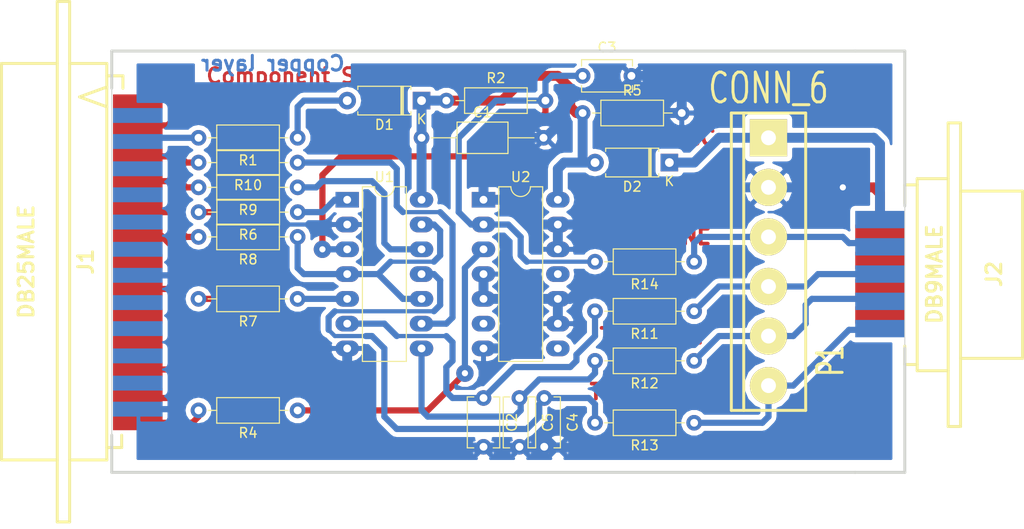
<source format=kicad_pcb>
(kicad_pcb (version 20171130) (host pcbnew "(2018-01-10 revision 87045ea)-master")

  (general
    (thickness 1.6002)
    (drawings 19)
    (tracks 265)
    (zones 0)
    (modules 25)
    (nets 43)
  )

  (page A4)
  (title_block
    (rev 1)
    (company "Kicad Demo")
  )

  (layers
    (0 Dessus signal)
    (31 Dessous signal)
    (32 B.Adhes user)
    (33 F.Adhes user)
    (34 B.Paste user)
    (35 F.Paste user)
    (36 B.SilkS user)
    (37 F.SilkS user)
    (38 B.Mask user)
    (39 F.Mask user)
    (40 Dwgs.User user)
    (41 Cmts.User user)
    (42 Eco1.User user)
    (43 Eco2.User user)
    (44 Edge.Cuts user)
  )

  (setup
    (last_trace_width 0.635)
    (user_trace_width 0.4)
    (user_trace_width 1)
    (trace_clearance 0.254)
    (zone_clearance 0.508)
    (zone_45_only no)
    (trace_min 0.2032)
    (segment_width 0.3)
    (edge_width 0.1)
    (via_size 1.651)
    (via_drill 0.635)
    (via_min_size 0.889)
    (via_min_drill 0.508)
    (uvia_size 0.508)
    (uvia_drill 0.127)
    (uvias_allowed no)
    (uvia_min_size 0.508)
    (uvia_min_drill 0.127)
    (pcb_text_width 0.3048)
    (pcb_text_size 1.5 1.5)
    (mod_edge_width 0.3)
    (mod_text_size 0.3 1.5)
    (mod_text_width 0.3)
    (pad_size 1.778 5.08)
    (pad_drill 0)
    (pad_to_mask_clearance 0.254)
    (aux_axis_origin 0 0)
    (visible_elements 7FFFFFFF)
    (pcbplotparams
      (layerselection 0x00030_80000001)
      (usegerberextensions false)
      (usegerberattributes false)
      (usegerberadvancedattributes false)
      (creategerberjobfile false)
      (excludeedgelayer false)
      (linewidth 0.150000)
      (plotframeref false)
      (viasonmask false)
      (mode 1)
      (useauxorigin false)
      (hpglpennumber 1)
      (hpglpenspeed 20)
      (hpglpendiameter 15)
      (psnegative false)
      (psa4output false)
      (plotreference true)
      (plotvalue true)
      (plotinvisibletext false)
      (padsonsilk false)
      (subtractmaskfromsilk false)
      (outputformat 1)
      (mirror false)
      (drillshape 1)
      (scaleselection 1)
      (outputdirectory ""))
  )

  (net 0 "")
  (net 1 /CLK-D1)
  (net 2 /CTRL-D3)
  (net 3 /DONE-SELECT*)
  (net 4 /PWR_3,3-5V)
  (net 5 /TCK-CCLK)
  (net 6 /TD0-DONE)
  (net 7 /TD0-PROG-D4)
  (net 8 /TDI-DIN)
  (net 9 /TDI-DIN-D0)
  (net 10 /TMS-PROG)
  (net 11 /TMS-PROG-D2)
  (net 12 /VCC_SENSE-ERROR*)
  (net 13 GND)
  (net 14 VCC)
  (net 15 "Net-(C3-Pad1)")
  (net 16 "Net-(R4-Pad1)")
  (net 17 "Net-(U2-Pad6)")
  (net 18 "Net-(U2-Pad8)")
  (net 19 "Net-(U2-Pad11)")
  (net 20 "Net-(R6-Pad1)")
  (net 21 "Net-(R8-Pad1)")
  (net 22 "Net-(R7-Pad1)")
  (net 23 "Net-(C2-Pad1)")
  (net 24 "Net-(C5-Pad1)")
  (net 25 "Net-(R10-Pad1)")
  (net 26 "Net-(C4-Pad1)")
  (net 27 "Net-(R9-Pad1)")
  (net 28 "Net-(D1-Pad2)")
  (net 29 "Net-(J1-Pad11)")
  (net 30 "Net-(J1-Pad10)")
  (net 31 "Net-(J1-Pad9)")
  (net 32 "Net-(J1-Pad7)")
  (net 33 "Net-(J1-Pad1)")
  (net 34 "Net-(J1-Pad24)")
  (net 35 "Net-(J1-Pad23)")
  (net 36 "Net-(J1-Pad22)")
  (net 37 "Net-(J1-Pad21)")
  (net 38 "Net-(J1-Pad19)")
  (net 39 "Net-(J1-Pad18)")
  (net 40 "Net-(J1-Pad17)")
  (net 41 "Net-(J1-Pad16)")
  (net 42 "Net-(J1-Pad14)")

  (net_class Default "Ceci est la Netclass par défaut"
    (clearance 0.254)
    (trace_width 0.635)
    (via_dia 1.651)
    (via_drill 0.635)
    (uvia_dia 0.508)
    (uvia_drill 0.127)
    (add_net /CLK-D1)
    (add_net /CTRL-D3)
    (add_net /DONE-SELECT*)
    (add_net /PWR_3,3-5V)
    (add_net /TCK-CCLK)
    (add_net /TD0-DONE)
    (add_net /TD0-PROG-D4)
    (add_net /TDI-DIN)
    (add_net /TDI-DIN-D0)
    (add_net /TMS-PROG)
    (add_net /TMS-PROG-D2)
    (add_net /VCC_SENSE-ERROR*)
    (add_net GND)
    (add_net "Net-(C2-Pad1)")
    (add_net "Net-(C3-Pad1)")
    (add_net "Net-(C4-Pad1)")
    (add_net "Net-(C5-Pad1)")
    (add_net "Net-(D1-Pad2)")
    (add_net "Net-(J1-Pad1)")
    (add_net "Net-(J1-Pad10)")
    (add_net "Net-(J1-Pad11)")
    (add_net "Net-(J1-Pad14)")
    (add_net "Net-(J1-Pad16)")
    (add_net "Net-(J1-Pad17)")
    (add_net "Net-(J1-Pad18)")
    (add_net "Net-(J1-Pad19)")
    (add_net "Net-(J1-Pad21)")
    (add_net "Net-(J1-Pad22)")
    (add_net "Net-(J1-Pad23)")
    (add_net "Net-(J1-Pad24)")
    (add_net "Net-(J1-Pad7)")
    (add_net "Net-(J1-Pad9)")
    (add_net "Net-(R10-Pad1)")
    (add_net "Net-(R4-Pad1)")
    (add_net "Net-(R6-Pad1)")
    (add_net "Net-(R7-Pad1)")
    (add_net "Net-(R8-Pad1)")
    (add_net "Net-(R9-Pad1)")
    (add_net "Net-(U2-Pad11)")
    (add_net "Net-(U2-Pad6)")
    (add_net "Net-(U2-Pad8)")
    (add_net VCC)
  )

  (module Capacitor_THT:C_Disc_D5.1mm_W3.2mm_P5.00mm (layer Dessus) (tedit 5A142A3B) (tstamp 5A59B9B3)
    (at 140.97 102.87 270)
    (descr "C, Disc series, Radial, pin pitch=5.00mm, diameter*width=5.1*3.2mm^2, Capacitor, http://www.vishay.com/docs/45233/krseries.pdf")
    (tags "C Disc series Radial pin pitch 5.00mm  diameter 5.1mm width 3.2mm Capacitor")
    (path /4D528085)
    (fp_text reference C2 (at 2.5 -2.91 270) (layer F.SilkS)
      (effects (font (size 1 1) (thickness 0.15)))
    )
    (fp_text value 100pF (at 2.5 2.91 270) (layer F.Fab)
      (effects (font (size 1 1) (thickness 0.15)))
    )
    (fp_text user %R (at 2.5 0 270) (layer F.Fab)
      (effects (font (size 1 1) (thickness 0.15)))
    )
    (fp_line (start 6.05 -1.95) (end -1.05 -1.95) (layer F.CrtYd) (width 0.05))
    (fp_line (start 6.05 1.95) (end 6.05 -1.95) (layer F.CrtYd) (width 0.05))
    (fp_line (start -1.05 1.95) (end 6.05 1.95) (layer F.CrtYd) (width 0.05))
    (fp_line (start -1.05 -1.95) (end -1.05 1.95) (layer F.CrtYd) (width 0.05))
    (fp_line (start 5.11 0.996) (end 5.11 1.66) (layer F.SilkS) (width 0.12))
    (fp_line (start 5.11 -1.66) (end 5.11 -0.996) (layer F.SilkS) (width 0.12))
    (fp_line (start -0.11 0.996) (end -0.11 1.66) (layer F.SilkS) (width 0.12))
    (fp_line (start -0.11 -1.66) (end -0.11 -0.996) (layer F.SilkS) (width 0.12))
    (fp_line (start -0.11 1.66) (end 5.11 1.66) (layer F.SilkS) (width 0.12))
    (fp_line (start -0.11 -1.66) (end 5.11 -1.66) (layer F.SilkS) (width 0.12))
    (fp_line (start 5.05 -1.6) (end -0.05 -1.6) (layer F.Fab) (width 0.1))
    (fp_line (start 5.05 1.6) (end 5.05 -1.6) (layer F.Fab) (width 0.1))
    (fp_line (start -0.05 1.6) (end 5.05 1.6) (layer F.Fab) (width 0.1))
    (fp_line (start -0.05 -1.6) (end -0.05 1.6) (layer F.Fab) (width 0.1))
    (pad 2 thru_hole circle (at 5 0 270) (size 1.6 1.6) (drill 0.8) (layers *.Cu *.Mask)
      (net 13 GND))
    (pad 1 thru_hole circle (at 0 0 270) (size 1.6 1.6) (drill 0.8) (layers *.Cu *.Mask)
      (net 23 "Net-(C2-Pad1)"))
    (model ${KISYS3DMOD}/Capacitor_THT.3dshapes/C_Disc_D5.1mm_W3.2mm_P5.00mm.wrl
      (at (xyz 0 0 0))
      (scale (xyz 1 1 1))
      (rotate (xyz 0 0 0))
    )
  )

  (module Capacitor_THT:C_Disc_D5.1mm_W3.2mm_P5.00mm (layer Dessus) (tedit 5A142A3B) (tstamp 5A59B99F)
    (at 151.13 69.85)
    (descr "C, Disc series, Radial, pin pitch=5.00mm, diameter*width=5.1*3.2mm^2, Capacitor, http://www.vishay.com/docs/45233/krseries.pdf")
    (tags "C Disc series Radial pin pitch 5.00mm  diameter 5.1mm width 3.2mm Capacitor")
    (path /4D528084)
    (fp_text reference C3 (at 2.5 -2.91) (layer F.SilkS)
      (effects (font (size 1 1) (thickness 0.15)))
    )
    (fp_text value 100pF (at 2.5 2.91) (layer F.Fab)
      (effects (font (size 1 1) (thickness 0.15)))
    )
    (fp_line (start -0.05 -1.6) (end -0.05 1.6) (layer F.Fab) (width 0.1))
    (fp_line (start -0.05 1.6) (end 5.05 1.6) (layer F.Fab) (width 0.1))
    (fp_line (start 5.05 1.6) (end 5.05 -1.6) (layer F.Fab) (width 0.1))
    (fp_line (start 5.05 -1.6) (end -0.05 -1.6) (layer F.Fab) (width 0.1))
    (fp_line (start -0.11 -1.66) (end 5.11 -1.66) (layer F.SilkS) (width 0.12))
    (fp_line (start -0.11 1.66) (end 5.11 1.66) (layer F.SilkS) (width 0.12))
    (fp_line (start -0.11 -1.66) (end -0.11 -0.996) (layer F.SilkS) (width 0.12))
    (fp_line (start -0.11 0.996) (end -0.11 1.66) (layer F.SilkS) (width 0.12))
    (fp_line (start 5.11 -1.66) (end 5.11 -0.996) (layer F.SilkS) (width 0.12))
    (fp_line (start 5.11 0.996) (end 5.11 1.66) (layer F.SilkS) (width 0.12))
    (fp_line (start -1.05 -1.95) (end -1.05 1.95) (layer F.CrtYd) (width 0.05))
    (fp_line (start -1.05 1.95) (end 6.05 1.95) (layer F.CrtYd) (width 0.05))
    (fp_line (start 6.05 1.95) (end 6.05 -1.95) (layer F.CrtYd) (width 0.05))
    (fp_line (start 6.05 -1.95) (end -1.05 -1.95) (layer F.CrtYd) (width 0.05))
    (fp_text user %R (at 2.5 0) (layer F.Fab)
      (effects (font (size 1 1) (thickness 0.15)))
    )
    (pad 1 thru_hole circle (at 0 0) (size 1.6 1.6) (drill 0.8) (layers *.Cu *.Mask)
      (net 15 "Net-(C3-Pad1)"))
    (pad 2 thru_hole circle (at 5 0) (size 1.6 1.6) (drill 0.8) (layers *.Cu *.Mask)
      (net 13 GND))
    (model ${KISYS3DMOD}/Capacitor_THT.3dshapes/C_Disc_D5.1mm_W3.2mm_P5.00mm.wrl
      (at (xyz 0 0 0))
      (scale (xyz 1 1 1))
      (rotate (xyz 0 0 0))
    )
  )

  (module Capacitor_THT:C_Disc_D5.1mm_W3.2mm_P5.00mm (layer Dessus) (tedit 5A142A3B) (tstamp 5A59B98B)
    (at 147.193 102.87 270)
    (descr "C, Disc series, Radial, pin pitch=5.00mm, diameter*width=5.1*3.2mm^2, Capacitor, http://www.vishay.com/docs/45233/krseries.pdf")
    (tags "C Disc series Radial pin pitch 5.00mm  diameter 5.1mm width 3.2mm Capacitor")
    (path /3EBF81A7)
    (fp_text reference C4 (at 2.5 -2.91 270) (layer F.SilkS)
      (effects (font (size 1 1) (thickness 0.15)))
    )
    (fp_text value 100pF (at 2.5 2.91 270) (layer F.Fab)
      (effects (font (size 1 1) (thickness 0.15)))
    )
    (fp_text user %R (at 2.5 0 270) (layer F.Fab)
      (effects (font (size 1 1) (thickness 0.15)))
    )
    (fp_line (start 6.05 -1.95) (end -1.05 -1.95) (layer F.CrtYd) (width 0.05))
    (fp_line (start 6.05 1.95) (end 6.05 -1.95) (layer F.CrtYd) (width 0.05))
    (fp_line (start -1.05 1.95) (end 6.05 1.95) (layer F.CrtYd) (width 0.05))
    (fp_line (start -1.05 -1.95) (end -1.05 1.95) (layer F.CrtYd) (width 0.05))
    (fp_line (start 5.11 0.996) (end 5.11 1.66) (layer F.SilkS) (width 0.12))
    (fp_line (start 5.11 -1.66) (end 5.11 -0.996) (layer F.SilkS) (width 0.12))
    (fp_line (start -0.11 0.996) (end -0.11 1.66) (layer F.SilkS) (width 0.12))
    (fp_line (start -0.11 -1.66) (end -0.11 -0.996) (layer F.SilkS) (width 0.12))
    (fp_line (start -0.11 1.66) (end 5.11 1.66) (layer F.SilkS) (width 0.12))
    (fp_line (start -0.11 -1.66) (end 5.11 -1.66) (layer F.SilkS) (width 0.12))
    (fp_line (start 5.05 -1.6) (end -0.05 -1.6) (layer F.Fab) (width 0.1))
    (fp_line (start 5.05 1.6) (end 5.05 -1.6) (layer F.Fab) (width 0.1))
    (fp_line (start -0.05 1.6) (end 5.05 1.6) (layer F.Fab) (width 0.1))
    (fp_line (start -0.05 -1.6) (end -0.05 1.6) (layer F.Fab) (width 0.1))
    (pad 2 thru_hole circle (at 5 0 270) (size 1.6 1.6) (drill 0.8) (layers *.Cu *.Mask)
      (net 13 GND))
    (pad 1 thru_hole circle (at 0 0 270) (size 1.6 1.6) (drill 0.8) (layers *.Cu *.Mask)
      (net 26 "Net-(C4-Pad1)"))
    (model ${KISYS3DMOD}/Capacitor_THT.3dshapes/C_Disc_D5.1mm_W3.2mm_P5.00mm.wrl
      (at (xyz 0 0 0))
      (scale (xyz 1 1 1))
      (rotate (xyz 0 0 0))
    )
  )

  (module Capacitor_THT:C_Disc_D5.1mm_W3.2mm_P5.00mm (layer Dessus) (tedit 5A142A3B) (tstamp 5A59B977)
    (at 144.653 102.87 270)
    (descr "C, Disc series, Radial, pin pitch=5.00mm, diameter*width=5.1*3.2mm^2, Capacitor, http://www.vishay.com/docs/45233/krseries.pdf")
    (tags "C Disc series Radial pin pitch 5.00mm  diameter 5.1mm width 3.2mm Capacitor")
    (path /4D528086)
    (fp_text reference C5 (at 2.5 -2.91 270) (layer F.SilkS)
      (effects (font (size 1 1) (thickness 0.15)))
    )
    (fp_text value 100pF (at 2.5 2.91 270) (layer F.Fab)
      (effects (font (size 1 1) (thickness 0.15)))
    )
    (fp_line (start -0.05 -1.6) (end -0.05 1.6) (layer F.Fab) (width 0.1))
    (fp_line (start -0.05 1.6) (end 5.05 1.6) (layer F.Fab) (width 0.1))
    (fp_line (start 5.05 1.6) (end 5.05 -1.6) (layer F.Fab) (width 0.1))
    (fp_line (start 5.05 -1.6) (end -0.05 -1.6) (layer F.Fab) (width 0.1))
    (fp_line (start -0.11 -1.66) (end 5.11 -1.66) (layer F.SilkS) (width 0.12))
    (fp_line (start -0.11 1.66) (end 5.11 1.66) (layer F.SilkS) (width 0.12))
    (fp_line (start -0.11 -1.66) (end -0.11 -0.996) (layer F.SilkS) (width 0.12))
    (fp_line (start -0.11 0.996) (end -0.11 1.66) (layer F.SilkS) (width 0.12))
    (fp_line (start 5.11 -1.66) (end 5.11 -0.996) (layer F.SilkS) (width 0.12))
    (fp_line (start 5.11 0.996) (end 5.11 1.66) (layer F.SilkS) (width 0.12))
    (fp_line (start -1.05 -1.95) (end -1.05 1.95) (layer F.CrtYd) (width 0.05))
    (fp_line (start -1.05 1.95) (end 6.05 1.95) (layer F.CrtYd) (width 0.05))
    (fp_line (start 6.05 1.95) (end 6.05 -1.95) (layer F.CrtYd) (width 0.05))
    (fp_line (start 6.05 -1.95) (end -1.05 -1.95) (layer F.CrtYd) (width 0.05))
    (fp_text user %R (at 2.5 0 270) (layer F.Fab)
      (effects (font (size 1 1) (thickness 0.15)))
    )
    (pad 1 thru_hole circle (at 0 0 270) (size 1.6 1.6) (drill 0.8) (layers *.Cu *.Mask)
      (net 24 "Net-(C5-Pad1)"))
    (pad 2 thru_hole circle (at 5 0 270) (size 1.6 1.6) (drill 0.8) (layers *.Cu *.Mask)
      (net 13 GND))
    (model ${KISYS3DMOD}/Capacitor_THT.3dshapes/C_Disc_D5.1mm_W3.2mm_P5.00mm.wrl
      (at (xyz 0 0 0))
      (scale (xyz 1 1 1))
      (rotate (xyz 0 0 0))
    )
  )

  (module Package_DIP:DIP-14_W7.62mm_LongPads (layer Dessus) (tedit 5A02E8C5) (tstamp 5A58F5AD)
    (at 127 82.55)
    (descr "14-lead though-hole mounted DIP package, row spacing 7.62 mm (300 mils), LongPads")
    (tags "THT DIP DIL PDIP 2.54mm 7.62mm 300mil LongPads")
    (path /3EBF7DBD)
    (fp_text reference U1 (at 3.81 -2.33) (layer F.SilkS)
      (effects (font (size 1 1) (thickness 0.15)))
    )
    (fp_text value 74LS125 (at 3.81 17.57) (layer F.Fab)
      (effects (font (size 1 1) (thickness 0.15)))
    )
    (fp_text user %R (at 3.81 7.62) (layer F.Fab)
      (effects (font (size 1 1) (thickness 0.15)))
    )
    (fp_line (start 9.1 -1.55) (end -1.45 -1.55) (layer F.CrtYd) (width 0.05))
    (fp_line (start 9.1 16.8) (end 9.1 -1.55) (layer F.CrtYd) (width 0.05))
    (fp_line (start -1.45 16.8) (end 9.1 16.8) (layer F.CrtYd) (width 0.05))
    (fp_line (start -1.45 -1.55) (end -1.45 16.8) (layer F.CrtYd) (width 0.05))
    (fp_line (start 6.06 -1.33) (end 4.81 -1.33) (layer F.SilkS) (width 0.12))
    (fp_line (start 6.06 16.57) (end 6.06 -1.33) (layer F.SilkS) (width 0.12))
    (fp_line (start 1.56 16.57) (end 6.06 16.57) (layer F.SilkS) (width 0.12))
    (fp_line (start 1.56 -1.33) (end 1.56 16.57) (layer F.SilkS) (width 0.12))
    (fp_line (start 2.81 -1.33) (end 1.56 -1.33) (layer F.SilkS) (width 0.12))
    (fp_line (start 0.635 -0.27) (end 1.635 -1.27) (layer F.Fab) (width 0.1))
    (fp_line (start 0.635 16.51) (end 0.635 -0.27) (layer F.Fab) (width 0.1))
    (fp_line (start 6.985 16.51) (end 0.635 16.51) (layer F.Fab) (width 0.1))
    (fp_line (start 6.985 -1.27) (end 6.985 16.51) (layer F.Fab) (width 0.1))
    (fp_line (start 1.635 -1.27) (end 6.985 -1.27) (layer F.Fab) (width 0.1))
    (fp_arc (start 3.81 -1.33) (end 2.81 -1.33) (angle -180) (layer F.SilkS) (width 0.12))
    (pad 14 thru_hole oval (at 7.62 0) (size 2.4 1.6) (drill 0.8) (layers *.Cu *.Mask)
      (net 14 VCC))
    (pad 7 thru_hole oval (at 0 15.24) (size 2.4 1.6) (drill 0.8) (layers *.Cu *.Mask)
      (net 13 GND))
    (pad 13 thru_hole oval (at 7.62 2.54) (size 2.4 1.6) (drill 0.8) (layers *.Cu *.Mask)
      (net 21 "Net-(R8-Pad1)"))
    (pad 6 thru_hole oval (at 0 12.7) (size 2.4 1.6) (drill 0.8) (layers *.Cu *.Mask)
      (net 23 "Net-(C2-Pad1)"))
    (pad 12 thru_hole oval (at 7.62 5.08) (size 2.4 1.6) (drill 0.8) (layers *.Cu *.Mask)
      (net 27 "Net-(R9-Pad1)"))
    (pad 5 thru_hole oval (at 0 10.16) (size 2.4 1.6) (drill 0.8) (layers *.Cu *.Mask)
      (net 22 "Net-(R7-Pad1)"))
    (pad 11 thru_hole oval (at 7.62 7.62) (size 2.4 1.6) (drill 0.8) (layers *.Cu *.Mask)
      (net 26 "Net-(C4-Pad1)"))
    (pad 4 thru_hole oval (at 0 7.62) (size 2.4 1.6) (drill 0.8) (layers *.Cu *.Mask)
      (net 21 "Net-(R8-Pad1)"))
    (pad 10 thru_hole oval (at 7.62 10.16) (size 2.4 1.6) (drill 0.8) (layers *.Cu *.Mask)
      (net 21 "Net-(R8-Pad1)"))
    (pad 3 thru_hole oval (at 0 5.08) (size 2.4 1.6) (drill 0.8) (layers *.Cu *.Mask)
      (net 15 "Net-(C3-Pad1)"))
    (pad 9 thru_hole oval (at 7.62 12.7) (size 2.4 1.6) (drill 0.8) (layers *.Cu *.Mask)
      (net 25 "Net-(R10-Pad1)"))
    (pad 2 thru_hole oval (at 0 2.54) (size 2.4 1.6) (drill 0.8) (layers *.Cu *.Mask)
      (net 13 GND))
    (pad 8 thru_hole oval (at 7.62 15.24) (size 2.4 1.6) (drill 0.8) (layers *.Cu *.Mask)
      (net 24 "Net-(C5-Pad1)"))
    (pad 1 thru_hole rect (at 0 0) (size 2.4 1.6) (drill 0.8) (layers *.Cu *.Mask)
      (net 20 "Net-(R6-Pad1)"))
    (model ${KISYS3DMOD}/Package_DIP.3dshapes/DIP-14_W7.62mm.wrl
      (at (xyz 0 0 0))
      (scale (xyz 1 1 1))
      (rotate (xyz 0 0 0))
    )
  )

  (module Package_DIP:DIP-14_W7.62mm_LongPads (layer Dessus) (tedit 5A02E8C5) (tstamp 5A58F58C)
    (at 140.97 82.55)
    (descr "14-lead though-hole mounted DIP package, row spacing 7.62 mm (300 mils), LongPads")
    (tags "THT DIP DIL PDIP 2.54mm 7.62mm 300mil LongPads")
    (path /3EBF7EEC)
    (fp_text reference U2 (at 3.81 -2.33) (layer F.SilkS)
      (effects (font (size 1 1) (thickness 0.15)))
    )
    (fp_text value 74LS125 (at 3.81 17.57) (layer F.Fab)
      (effects (font (size 1 1) (thickness 0.15)))
    )
    (fp_arc (start 3.81 -1.33) (end 2.81 -1.33) (angle -180) (layer F.SilkS) (width 0.12))
    (fp_line (start 1.635 -1.27) (end 6.985 -1.27) (layer F.Fab) (width 0.1))
    (fp_line (start 6.985 -1.27) (end 6.985 16.51) (layer F.Fab) (width 0.1))
    (fp_line (start 6.985 16.51) (end 0.635 16.51) (layer F.Fab) (width 0.1))
    (fp_line (start 0.635 16.51) (end 0.635 -0.27) (layer F.Fab) (width 0.1))
    (fp_line (start 0.635 -0.27) (end 1.635 -1.27) (layer F.Fab) (width 0.1))
    (fp_line (start 2.81 -1.33) (end 1.56 -1.33) (layer F.SilkS) (width 0.12))
    (fp_line (start 1.56 -1.33) (end 1.56 16.57) (layer F.SilkS) (width 0.12))
    (fp_line (start 1.56 16.57) (end 6.06 16.57) (layer F.SilkS) (width 0.12))
    (fp_line (start 6.06 16.57) (end 6.06 -1.33) (layer F.SilkS) (width 0.12))
    (fp_line (start 6.06 -1.33) (end 4.81 -1.33) (layer F.SilkS) (width 0.12))
    (fp_line (start -1.45 -1.55) (end -1.45 16.8) (layer F.CrtYd) (width 0.05))
    (fp_line (start -1.45 16.8) (end 9.1 16.8) (layer F.CrtYd) (width 0.05))
    (fp_line (start 9.1 16.8) (end 9.1 -1.55) (layer F.CrtYd) (width 0.05))
    (fp_line (start 9.1 -1.55) (end -1.45 -1.55) (layer F.CrtYd) (width 0.05))
    (fp_text user %R (at 3.81 7.62) (layer F.Fab)
      (effects (font (size 1 1) (thickness 0.15)))
    )
    (pad 1 thru_hole rect (at 0 0) (size 2.4 1.6) (drill 0.8) (layers *.Cu *.Mask)
      (net 13 GND))
    (pad 8 thru_hole oval (at 7.62 15.24) (size 2.4 1.6) (drill 0.8) (layers *.Cu *.Mask)
      (net 18 "Net-(U2-Pad8)"))
    (pad 2 thru_hole oval (at 0 2.54) (size 2.4 1.6) (drill 0.8) (layers *.Cu *.Mask)
      (net 15 "Net-(C3-Pad1)"))
    (pad 9 thru_hole oval (at 7.62 12.7) (size 2.4 1.6) (drill 0.8) (layers *.Cu *.Mask)
      (net 13 GND))
    (pad 3 thru_hole oval (at 0 5.08) (size 2.4 1.6) (drill 0.8) (layers *.Cu *.Mask)
      (net 16 "Net-(R4-Pad1)"))
    (pad 10 thru_hole oval (at 7.62 10.16) (size 2.4 1.6) (drill 0.8) (layers *.Cu *.Mask)
      (net 13 GND))
    (pad 4 thru_hole oval (at 0 7.62) (size 2.4 1.6) (drill 0.8) (layers *.Cu *.Mask)
      (net 13 GND))
    (pad 11 thru_hole oval (at 7.62 7.62) (size 2.4 1.6) (drill 0.8) (layers *.Cu *.Mask)
      (net 19 "Net-(U2-Pad11)"))
    (pad 5 thru_hole oval (at 0 10.16) (size 2.4 1.6) (drill 0.8) (layers *.Cu *.Mask)
      (net 13 GND))
    (pad 12 thru_hole oval (at 7.62 5.08) (size 2.4 1.6) (drill 0.8) (layers *.Cu *.Mask)
      (net 13 GND))
    (pad 6 thru_hole oval (at 0 12.7) (size 2.4 1.6) (drill 0.8) (layers *.Cu *.Mask)
      (net 17 "Net-(U2-Pad6)"))
    (pad 13 thru_hole oval (at 7.62 2.54) (size 2.4 1.6) (drill 0.8) (layers *.Cu *.Mask)
      (net 13 GND))
    (pad 7 thru_hole oval (at 0 15.24) (size 2.4 1.6) (drill 0.8) (layers *.Cu *.Mask)
      (net 13 GND))
    (pad 14 thru_hole oval (at 7.62 0) (size 2.4 1.6) (drill 0.8) (layers *.Cu *.Mask)
      (net 14 VCC))
    (model ${KISYS3DMOD}/Package_DIP.3dshapes/DIP-14_W7.62mm.wrl
      (at (xyz 0 0 0))
      (scale (xyz 1 1 1))
      (rotate (xyz 0 0 0))
    )
  )

  (module Capacitor_THT:C_Axial_L5.1mm_D3.1mm_P12.50mm_Horizontal (layer Dessus) (tedit 5A142A3B) (tstamp 5A5834A9)
    (at 134.62 76.2)
    (descr "C, Axial series, Axial, Horizontal, pin pitch=12.5mm, http://www.vishay.com/docs/45231/arseries.pdf")
    (tags "C Axial series Axial Horizontal pin pitch 12.5mm  length 5.1mm diameter 3.1mm")
    (path /3EBF82C6)
    (fp_text reference C1 (at 6.25 -2.61) (layer F.SilkS)
      (effects (font (size 1 1) (thickness 0.15)))
    )
    (fp_text value 1uF (at 6.25 2.61) (layer F.Fab)
      (effects (font (size 1 1) (thickness 0.15)))
    )
    (fp_line (start 3.7 -1.55) (end 3.7 1.55) (layer F.Fab) (width 0.1))
    (fp_line (start 3.7 1.55) (end 8.8 1.55) (layer F.Fab) (width 0.1))
    (fp_line (start 8.8 1.55) (end 8.8 -1.55) (layer F.Fab) (width 0.1))
    (fp_line (start 8.8 -1.55) (end 3.7 -1.55) (layer F.Fab) (width 0.1))
    (fp_line (start 0 0) (end 3.7 0) (layer F.Fab) (width 0.1))
    (fp_line (start 12.5 0) (end 8.8 0) (layer F.Fab) (width 0.1))
    (fp_line (start 3.64 -1.61) (end 3.64 1.61) (layer F.SilkS) (width 0.12))
    (fp_line (start 3.64 1.61) (end 8.86 1.61) (layer F.SilkS) (width 0.12))
    (fp_line (start 8.86 1.61) (end 8.86 -1.61) (layer F.SilkS) (width 0.12))
    (fp_line (start 8.86 -1.61) (end 3.64 -1.61) (layer F.SilkS) (width 0.12))
    (fp_line (start 0.98 0) (end 3.64 0) (layer F.SilkS) (width 0.12))
    (fp_line (start 11.52 0) (end 8.86 0) (layer F.SilkS) (width 0.12))
    (fp_line (start -1.05 -1.9) (end -1.05 1.9) (layer F.CrtYd) (width 0.05))
    (fp_line (start -1.05 1.9) (end 13.55 1.9) (layer F.CrtYd) (width 0.05))
    (fp_line (start 13.55 1.9) (end 13.55 -1.9) (layer F.CrtYd) (width 0.05))
    (fp_line (start 13.55 -1.9) (end -1.05 -1.9) (layer F.CrtYd) (width 0.05))
    (fp_text user %R (at 6.25 0) (layer F.Fab)
      (effects (font (size 1 1) (thickness 0.15)))
    )
    (pad 1 thru_hole circle (at 0 0) (size 1.6 1.6) (drill 0.8) (layers *.Cu *.Mask)
      (net 14 VCC))
    (pad 2 thru_hole oval (at 12.5 0) (size 1.6 1.6) (drill 0.8) (layers *.Cu *.Mask)
      (net 13 GND))
    (model ${KISYS3DMOD}/Capacitor_THT.3dshapes/C_Axial_L5.1mm_D3.1mm_P12.50mm_Horizontal.wrl
      (at (xyz 0 0 0))
      (scale (xyz 1 1 1))
      (rotate (xyz 0 0 0))
    )
  )

  (module Diode_THT:D_A-405_P7.62mm_Horizontal (layer Dessus) (tedit 5A195B5A) (tstamp 5A56D054)
    (at 134.62 72.39 180)
    (descr "D, A-405 series, Axial, Horizontal, pin pitch=7.62mm, , length*diameter=5.2*2.7mm^2, , http://www.diodes.com/_files/packages/A-405.pdf")
    (tags "D A-405 series Axial Horizontal pin pitch 7.62mm  length 5.2mm diameter 2.7mm")
    (path /3EBF815E)
    (fp_text reference D1 (at 3.81 -2.47 180) (layer F.SilkS)
      (effects (font (size 1 1) (thickness 0.15)))
    )
    (fp_text value BAT46 (at 3.81 2.47 180) (layer F.Fab)
      (effects (font (size 1 1) (thickness 0.15)))
    )
    (fp_text user K (at 0 -1.9 180) (layer F.SilkS)
      (effects (font (size 1 1) (thickness 0.15)))
    )
    (fp_text user K (at 0 -1.9 180) (layer F.Fab)
      (effects (font (size 1 1) (thickness 0.15)))
    )
    (fp_text user %R (at 4.2 0 180) (layer F.Fab)
      (effects (font (size 1 1) (thickness 0.15)))
    )
    (fp_line (start 8.8 -1.75) (end -1.15 -1.75) (layer F.CrtYd) (width 0.05))
    (fp_line (start 8.8 1.75) (end 8.8 -1.75) (layer F.CrtYd) (width 0.05))
    (fp_line (start -1.15 1.75) (end 8.8 1.75) (layer F.CrtYd) (width 0.05))
    (fp_line (start -1.15 -1.75) (end -1.15 1.75) (layer F.CrtYd) (width 0.05))
    (fp_line (start 1.87 -1.47) (end 1.87 1.47) (layer F.SilkS) (width 0.12))
    (fp_line (start 2.11 -1.47) (end 2.11 1.47) (layer F.SilkS) (width 0.12))
    (fp_line (start 1.99 -1.47) (end 1.99 1.47) (layer F.SilkS) (width 0.12))
    (fp_line (start 6.53 1.47) (end 6.53 1.14) (layer F.SilkS) (width 0.12))
    (fp_line (start 1.09 1.47) (end 6.53 1.47) (layer F.SilkS) (width 0.12))
    (fp_line (start 1.09 1.14) (end 1.09 1.47) (layer F.SilkS) (width 0.12))
    (fp_line (start 6.53 -1.47) (end 6.53 -1.14) (layer F.SilkS) (width 0.12))
    (fp_line (start 1.09 -1.47) (end 6.53 -1.47) (layer F.SilkS) (width 0.12))
    (fp_line (start 1.09 -1.14) (end 1.09 -1.47) (layer F.SilkS) (width 0.12))
    (fp_line (start 1.89 -1.35) (end 1.89 1.35) (layer F.Fab) (width 0.1))
    (fp_line (start 2.09 -1.35) (end 2.09 1.35) (layer F.Fab) (width 0.1))
    (fp_line (start 1.99 -1.35) (end 1.99 1.35) (layer F.Fab) (width 0.1))
    (fp_line (start 7.62 0) (end 6.41 0) (layer F.Fab) (width 0.1))
    (fp_line (start 0 0) (end 1.21 0) (layer F.Fab) (width 0.1))
    (fp_line (start 6.41 -1.35) (end 1.21 -1.35) (layer F.Fab) (width 0.1))
    (fp_line (start 6.41 1.35) (end 6.41 -1.35) (layer F.Fab) (width 0.1))
    (fp_line (start 1.21 1.35) (end 6.41 1.35) (layer F.Fab) (width 0.1))
    (fp_line (start 1.21 -1.35) (end 1.21 1.35) (layer F.Fab) (width 0.1))
    (pad 2 thru_hole oval (at 7.62 0 180) (size 1.8 1.8) (drill 0.9) (layers *.Cu *.Mask)
      (net 28 "Net-(D1-Pad2)"))
    (pad 1 thru_hole rect (at 0 0 180) (size 1.8 1.8) (drill 0.9) (layers *.Cu *.Mask)
      (net 14 VCC))
    (model ${KISYS3DMOD}/Diode_THT.3dshapes/D_A-405_P7.62mm_Horizontal.wrl
      (at (xyz 0 0 0))
      (scale (xyz 1 1 1))
      (rotate (xyz 0 0 0))
    )
  )

  (module Diode_THT:D_A-405_P7.62mm_Horizontal (layer Dessus) (tedit 5A195B5A) (tstamp 5A56D036)
    (at 160.02 78.74 180)
    (descr "D, A-405 series, Axial, Horizontal, pin pitch=7.62mm, , length*diameter=5.2*2.7mm^2, , http://www.diodes.com/_files/packages/A-405.pdf")
    (tags "D A-405 series Axial Horizontal pin pitch 7.62mm  length 5.2mm diameter 2.7mm")
    (path /3EBF8176)
    (fp_text reference D2 (at 3.81 -2.47 180) (layer F.SilkS)
      (effects (font (size 1 1) (thickness 0.15)))
    )
    (fp_text value BAT46 (at 3.81 2.47 180) (layer F.Fab)
      (effects (font (size 1 1) (thickness 0.15)))
    )
    (fp_line (start 1.21 -1.35) (end 1.21 1.35) (layer F.Fab) (width 0.1))
    (fp_line (start 1.21 1.35) (end 6.41 1.35) (layer F.Fab) (width 0.1))
    (fp_line (start 6.41 1.35) (end 6.41 -1.35) (layer F.Fab) (width 0.1))
    (fp_line (start 6.41 -1.35) (end 1.21 -1.35) (layer F.Fab) (width 0.1))
    (fp_line (start 0 0) (end 1.21 0) (layer F.Fab) (width 0.1))
    (fp_line (start 7.62 0) (end 6.41 0) (layer F.Fab) (width 0.1))
    (fp_line (start 1.99 -1.35) (end 1.99 1.35) (layer F.Fab) (width 0.1))
    (fp_line (start 2.09 -1.35) (end 2.09 1.35) (layer F.Fab) (width 0.1))
    (fp_line (start 1.89 -1.35) (end 1.89 1.35) (layer F.Fab) (width 0.1))
    (fp_line (start 1.09 -1.14) (end 1.09 -1.47) (layer F.SilkS) (width 0.12))
    (fp_line (start 1.09 -1.47) (end 6.53 -1.47) (layer F.SilkS) (width 0.12))
    (fp_line (start 6.53 -1.47) (end 6.53 -1.14) (layer F.SilkS) (width 0.12))
    (fp_line (start 1.09 1.14) (end 1.09 1.47) (layer F.SilkS) (width 0.12))
    (fp_line (start 1.09 1.47) (end 6.53 1.47) (layer F.SilkS) (width 0.12))
    (fp_line (start 6.53 1.47) (end 6.53 1.14) (layer F.SilkS) (width 0.12))
    (fp_line (start 1.99 -1.47) (end 1.99 1.47) (layer F.SilkS) (width 0.12))
    (fp_line (start 2.11 -1.47) (end 2.11 1.47) (layer F.SilkS) (width 0.12))
    (fp_line (start 1.87 -1.47) (end 1.87 1.47) (layer F.SilkS) (width 0.12))
    (fp_line (start -1.15 -1.75) (end -1.15 1.75) (layer F.CrtYd) (width 0.05))
    (fp_line (start -1.15 1.75) (end 8.8 1.75) (layer F.CrtYd) (width 0.05))
    (fp_line (start 8.8 1.75) (end 8.8 -1.75) (layer F.CrtYd) (width 0.05))
    (fp_line (start 8.8 -1.75) (end -1.15 -1.75) (layer F.CrtYd) (width 0.05))
    (fp_text user %R (at 4.2 0 180) (layer F.Fab)
      (effects (font (size 1 1) (thickness 0.15)))
    )
    (fp_text user K (at 0 -1.9 180) (layer F.Fab)
      (effects (font (size 1 1) (thickness 0.15)))
    )
    (fp_text user K (at 0 -1.9 180) (layer F.SilkS)
      (effects (font (size 1 1) (thickness 0.15)))
    )
    (pad 1 thru_hole rect (at 0 0 180) (size 1.8 1.8) (drill 0.9) (layers *.Cu *.Mask)
      (net 4 /PWR_3,3-5V))
    (pad 2 thru_hole oval (at 7.62 0 180) (size 1.8 1.8) (drill 0.9) (layers *.Cu *.Mask)
      (net 14 VCC))
    (model ${KISYS3DMOD}/Diode_THT.3dshapes/D_A-405_P7.62mm_Horizontal.wrl
      (at (xyz 0 0 0))
      (scale (xyz 1 1 1))
      (rotate (xyz 0 0 0))
    )
  )

  (module Resistor_THT:R_Axial_DIN0207_L6.3mm_D2.5mm_P10.16mm_Horizontal (layer Dessus) (tedit 5A14249F) (tstamp 5A56CFDE)
    (at 121.92 78.74 180)
    (descr "Resistor, Axial_DIN0207 series, Axial, Horizontal, pin pitch=10.16mm, 0.25W = 1/4W, length*diameter=6.3*2.5mm^2, http://cdn-reichelt.de/documents/datenblatt/B400/1_4W%23YAG.pdf")
    (tags "Resistor Axial_DIN0207 series Axial Horizontal pin pitch 10.16mm 0.25W = 1/4W length 6.3mm diameter 2.5mm")
    (path /3EBF7D31)
    (fp_text reference R10 (at 5.08 -2.31 180) (layer F.SilkS)
      (effects (font (size 1 1) (thickness 0.15)))
    )
    (fp_text value 100 (at 5.08 2.31 180) (layer F.Fab)
      (effects (font (size 1 1) (thickness 0.15)))
    )
    (fp_text user %R (at 5.08 0 180) (layer F.Fab)
      (effects (font (size 1 1) (thickness 0.15)))
    )
    (fp_line (start 1.93 -1.25) (end 1.93 1.25) (layer F.Fab) (width 0.1))
    (fp_line (start 1.93 1.25) (end 8.23 1.25) (layer F.Fab) (width 0.1))
    (fp_line (start 8.23 1.25) (end 8.23 -1.25) (layer F.Fab) (width 0.1))
    (fp_line (start 8.23 -1.25) (end 1.93 -1.25) (layer F.Fab) (width 0.1))
    (fp_line (start 0 0) (end 1.93 0) (layer F.Fab) (width 0.1))
    (fp_line (start 10.16 0) (end 8.23 0) (layer F.Fab) (width 0.1))
    (fp_line (start 1.87 -1.31) (end 1.87 1.31) (layer F.SilkS) (width 0.12))
    (fp_line (start 1.87 1.31) (end 8.29 1.31) (layer F.SilkS) (width 0.12))
    (fp_line (start 8.29 1.31) (end 8.29 -1.31) (layer F.SilkS) (width 0.12))
    (fp_line (start 8.29 -1.31) (end 1.87 -1.31) (layer F.SilkS) (width 0.12))
    (fp_line (start 0.98 0) (end 1.87 0) (layer F.SilkS) (width 0.12))
    (fp_line (start 9.18 0) (end 8.29 0) (layer F.SilkS) (width 0.12))
    (fp_line (start -1.05 -1.6) (end -1.05 1.6) (layer F.CrtYd) (width 0.05))
    (fp_line (start -1.05 1.6) (end 11.25 1.6) (layer F.CrtYd) (width 0.05))
    (fp_line (start 11.25 1.6) (end 11.25 -1.6) (layer F.CrtYd) (width 0.05))
    (fp_line (start 11.25 -1.6) (end -1.05 -1.6) (layer F.CrtYd) (width 0.05))
    (pad 1 thru_hole circle (at 0 0 180) (size 1.6 1.6) (drill 0.8) (layers *.Cu *.Mask)
      (net 25 "Net-(R10-Pad1)"))
    (pad 2 thru_hole oval (at 10.16 0 180) (size 1.6 1.6) (drill 0.8) (layers *.Cu *.Mask)
      (net 1 /CLK-D1))
    (model ${KISYS3DMOD}/Resistor_THT.3dshapes/R_Axial_DIN0207_L6.3mm_D2.5mm_P10.16mm_Horizontal.wrl
      (at (xyz 0 0 0))
      (scale (xyz 1 1 1))
      (rotate (xyz 0 0 0))
    )
  )

  (module Resistor_THT:R_Axial_DIN0207_L6.3mm_D2.5mm_P10.16mm_Horizontal (layer Dessus) (tedit 5A14249F) (tstamp 5A56CFC8)
    (at 151.13 73.66)
    (descr "Resistor, Axial_DIN0207 series, Axial, Horizontal, pin pitch=10.16mm, 0.25W = 1/4W, length*diameter=6.3*2.5mm^2, http://cdn-reichelt.de/documents/datenblatt/B400/1_4W%23YAG.pdf")
    (tags "Resistor Axial_DIN0207 series Axial Horizontal pin pitch 10.16mm 0.25W = 1/4W length 6.3mm diameter 2.5mm")
    (path /3EBF818E)
    (fp_text reference R5 (at 5.08 -2.31) (layer F.SilkS)
      (effects (font (size 1 1) (thickness 0.15)))
    )
    (fp_text value 1K (at 5.08 2.31) (layer F.Fab)
      (effects (font (size 1 1) (thickness 0.15)))
    )
    (fp_line (start 11.25 -1.6) (end -1.05 -1.6) (layer F.CrtYd) (width 0.05))
    (fp_line (start 11.25 1.6) (end 11.25 -1.6) (layer F.CrtYd) (width 0.05))
    (fp_line (start -1.05 1.6) (end 11.25 1.6) (layer F.CrtYd) (width 0.05))
    (fp_line (start -1.05 -1.6) (end -1.05 1.6) (layer F.CrtYd) (width 0.05))
    (fp_line (start 9.18 0) (end 8.29 0) (layer F.SilkS) (width 0.12))
    (fp_line (start 0.98 0) (end 1.87 0) (layer F.SilkS) (width 0.12))
    (fp_line (start 8.29 -1.31) (end 1.87 -1.31) (layer F.SilkS) (width 0.12))
    (fp_line (start 8.29 1.31) (end 8.29 -1.31) (layer F.SilkS) (width 0.12))
    (fp_line (start 1.87 1.31) (end 8.29 1.31) (layer F.SilkS) (width 0.12))
    (fp_line (start 1.87 -1.31) (end 1.87 1.31) (layer F.SilkS) (width 0.12))
    (fp_line (start 10.16 0) (end 8.23 0) (layer F.Fab) (width 0.1))
    (fp_line (start 0 0) (end 1.93 0) (layer F.Fab) (width 0.1))
    (fp_line (start 8.23 -1.25) (end 1.93 -1.25) (layer F.Fab) (width 0.1))
    (fp_line (start 8.23 1.25) (end 8.23 -1.25) (layer F.Fab) (width 0.1))
    (fp_line (start 1.93 1.25) (end 8.23 1.25) (layer F.Fab) (width 0.1))
    (fp_line (start 1.93 -1.25) (end 1.93 1.25) (layer F.Fab) (width 0.1))
    (fp_text user %R (at 5.08 0) (layer F.Fab)
      (effects (font (size 1 1) (thickness 0.15)))
    )
    (pad 2 thru_hole oval (at 10.16 0) (size 1.6 1.6) (drill 0.8) (layers *.Cu *.Mask)
      (net 13 GND))
    (pad 1 thru_hole circle (at 0 0) (size 1.6 1.6) (drill 0.8) (layers *.Cu *.Mask)
      (net 14 VCC))
    (model ${KISYS3DMOD}/Resistor_THT.3dshapes/R_Axial_DIN0207_L6.3mm_D2.5mm_P10.16mm_Horizontal.wrl
      (at (xyz 0 0 0))
      (scale (xyz 1 1 1))
      (rotate (xyz 0 0 0))
    )
  )

  (module Resistor_THT:R_Axial_DIN0207_L6.3mm_D2.5mm_P10.16mm_Horizontal (layer Dessus) (tedit 5A14249F) (tstamp 5A56D255)
    (at 121.92 76.2 180)
    (descr "Resistor, Axial_DIN0207 series, Axial, Horizontal, pin pitch=10.16mm, 0.25W = 1/4W, length*diameter=6.3*2.5mm^2, http://cdn-reichelt.de/documents/datenblatt/B400/1_4W%23YAG.pdf")
    (tags "Resistor Axial_DIN0207 series Axial Horizontal pin pitch 10.16mm 0.25W = 1/4W length 6.3mm diameter 2.5mm")
    (path /3EBF7D16)
    (fp_text reference R1 (at 5.08 -2.31 180) (layer F.SilkS)
      (effects (font (size 1 1) (thickness 0.15)))
    )
    (fp_text value 100 (at 5.08 2.31 180) (layer F.Fab)
      (effects (font (size 1 1) (thickness 0.15)))
    )
    (fp_text user %R (at 5.08 0 180) (layer F.Fab)
      (effects (font (size 1 1) (thickness 0.15)))
    )
    (fp_line (start 1.93 -1.25) (end 1.93 1.25) (layer F.Fab) (width 0.1))
    (fp_line (start 1.93 1.25) (end 8.23 1.25) (layer F.Fab) (width 0.1))
    (fp_line (start 8.23 1.25) (end 8.23 -1.25) (layer F.Fab) (width 0.1))
    (fp_line (start 8.23 -1.25) (end 1.93 -1.25) (layer F.Fab) (width 0.1))
    (fp_line (start 0 0) (end 1.93 0) (layer F.Fab) (width 0.1))
    (fp_line (start 10.16 0) (end 8.23 0) (layer F.Fab) (width 0.1))
    (fp_line (start 1.87 -1.31) (end 1.87 1.31) (layer F.SilkS) (width 0.12))
    (fp_line (start 1.87 1.31) (end 8.29 1.31) (layer F.SilkS) (width 0.12))
    (fp_line (start 8.29 1.31) (end 8.29 -1.31) (layer F.SilkS) (width 0.12))
    (fp_line (start 8.29 -1.31) (end 1.87 -1.31) (layer F.SilkS) (width 0.12))
    (fp_line (start 0.98 0) (end 1.87 0) (layer F.SilkS) (width 0.12))
    (fp_line (start 9.18 0) (end 8.29 0) (layer F.SilkS) (width 0.12))
    (fp_line (start -1.05 -1.6) (end -1.05 1.6) (layer F.CrtYd) (width 0.05))
    (fp_line (start -1.05 1.6) (end 11.25 1.6) (layer F.CrtYd) (width 0.05))
    (fp_line (start 11.25 1.6) (end 11.25 -1.6) (layer F.CrtYd) (width 0.05))
    (fp_line (start 11.25 -1.6) (end -1.05 -1.6) (layer F.CrtYd) (width 0.05))
    (pad 1 thru_hole circle (at 0 0 180) (size 1.6 1.6) (drill 0.8) (layers *.Cu *.Mask)
      (net 28 "Net-(D1-Pad2)"))
    (pad 2 thru_hole oval (at 10.16 0 180) (size 1.6 1.6) (drill 0.8) (layers *.Cu *.Mask)
      (net 12 /VCC_SENSE-ERROR*))
    (model ${KISYS3DMOD}/Resistor_THT.3dshapes/R_Axial_DIN0207_L6.3mm_D2.5mm_P10.16mm_Horizontal.wrl
      (at (xyz 0 0 0))
      (scale (xyz 1 1 1))
      (rotate (xyz 0 0 0))
    )
  )

  (module Resistor_THT:R_Axial_DIN0207_L6.3mm_D2.5mm_P10.16mm_Horizontal (layer Dessus) (tedit 5A14249F) (tstamp 5A56CF9C)
    (at 137.16 72.39)
    (descr "Resistor, Axial_DIN0207 series, Axial, Horizontal, pin pitch=10.16mm, 0.25W = 1/4W, length*diameter=6.3*2.5mm^2, http://cdn-reichelt.de/documents/datenblatt/B400/1_4W%23YAG.pdf")
    (tags "Resistor Axial_DIN0207 series Axial Horizontal pin pitch 10.16mm 0.25W = 1/4W length 6.3mm diameter 2.5mm")
    (path /3EBF8187)
    (fp_text reference R2 (at 5.08 -2.31) (layer F.SilkS)
      (effects (font (size 1 1) (thickness 0.15)))
    )
    (fp_text value 5,1K (at 5.08 2.31) (layer F.Fab)
      (effects (font (size 1 1) (thickness 0.15)))
    )
    (fp_line (start 11.25 -1.6) (end -1.05 -1.6) (layer F.CrtYd) (width 0.05))
    (fp_line (start 11.25 1.6) (end 11.25 -1.6) (layer F.CrtYd) (width 0.05))
    (fp_line (start -1.05 1.6) (end 11.25 1.6) (layer F.CrtYd) (width 0.05))
    (fp_line (start -1.05 -1.6) (end -1.05 1.6) (layer F.CrtYd) (width 0.05))
    (fp_line (start 9.18 0) (end 8.29 0) (layer F.SilkS) (width 0.12))
    (fp_line (start 0.98 0) (end 1.87 0) (layer F.SilkS) (width 0.12))
    (fp_line (start 8.29 -1.31) (end 1.87 -1.31) (layer F.SilkS) (width 0.12))
    (fp_line (start 8.29 1.31) (end 8.29 -1.31) (layer F.SilkS) (width 0.12))
    (fp_line (start 1.87 1.31) (end 8.29 1.31) (layer F.SilkS) (width 0.12))
    (fp_line (start 1.87 -1.31) (end 1.87 1.31) (layer F.SilkS) (width 0.12))
    (fp_line (start 10.16 0) (end 8.23 0) (layer F.Fab) (width 0.1))
    (fp_line (start 0 0) (end 1.93 0) (layer F.Fab) (width 0.1))
    (fp_line (start 8.23 -1.25) (end 1.93 -1.25) (layer F.Fab) (width 0.1))
    (fp_line (start 8.23 1.25) (end 8.23 -1.25) (layer F.Fab) (width 0.1))
    (fp_line (start 1.93 1.25) (end 8.23 1.25) (layer F.Fab) (width 0.1))
    (fp_line (start 1.93 -1.25) (end 1.93 1.25) (layer F.Fab) (width 0.1))
    (fp_text user %R (at 5.08 0) (layer F.Fab)
      (effects (font (size 1 1) (thickness 0.15)))
    )
    (pad 2 thru_hole oval (at 10.16 0) (size 1.6 1.6) (drill 0.8) (layers *.Cu *.Mask)
      (net 15 "Net-(C3-Pad1)"))
    (pad 1 thru_hole circle (at 0 0) (size 1.6 1.6) (drill 0.8) (layers *.Cu *.Mask)
      (net 14 VCC))
    (model ${KISYS3DMOD}/Resistor_THT.3dshapes/R_Axial_DIN0207_L6.3mm_D2.5mm_P10.16mm_Horizontal.wrl
      (at (xyz 0 0 0))
      (scale (xyz 1 1 1))
      (rotate (xyz 0 0 0))
    )
  )

  (module Resistor_THT:R_Axial_DIN0207_L6.3mm_D2.5mm_P10.16mm_Horizontal (layer Dessus) (tedit 5A14249F) (tstamp 5A56CF86)
    (at 121.9327 83.82 180)
    (descr "Resistor, Axial_DIN0207 series, Axial, Horizontal, pin pitch=10.16mm, 0.25W = 1/4W, length*diameter=6.3*2.5mm^2, http://cdn-reichelt.de/documents/datenblatt/B400/1_4W%23YAG.pdf")
    (tags "Resistor Axial_DIN0207 series Axial Horizontal pin pitch 10.16mm 0.25W = 1/4W length 6.3mm diameter 2.5mm")
    (path /3EBF7D26)
    (fp_text reference R6 (at 5.08 -2.31 180) (layer F.SilkS)
      (effects (font (size 1 1) (thickness 0.15)))
    )
    (fp_text value 100 (at 5.08 2.31 180) (layer F.Fab)
      (effects (font (size 1 1) (thickness 0.15)))
    )
    (fp_text user %R (at 5.08 0 180) (layer F.Fab)
      (effects (font (size 1 1) (thickness 0.15)))
    )
    (fp_line (start 1.93 -1.25) (end 1.93 1.25) (layer F.Fab) (width 0.1))
    (fp_line (start 1.93 1.25) (end 8.23 1.25) (layer F.Fab) (width 0.1))
    (fp_line (start 8.23 1.25) (end 8.23 -1.25) (layer F.Fab) (width 0.1))
    (fp_line (start 8.23 -1.25) (end 1.93 -1.25) (layer F.Fab) (width 0.1))
    (fp_line (start 0 0) (end 1.93 0) (layer F.Fab) (width 0.1))
    (fp_line (start 10.16 0) (end 8.23 0) (layer F.Fab) (width 0.1))
    (fp_line (start 1.87 -1.31) (end 1.87 1.31) (layer F.SilkS) (width 0.12))
    (fp_line (start 1.87 1.31) (end 8.29 1.31) (layer F.SilkS) (width 0.12))
    (fp_line (start 8.29 1.31) (end 8.29 -1.31) (layer F.SilkS) (width 0.12))
    (fp_line (start 8.29 -1.31) (end 1.87 -1.31) (layer F.SilkS) (width 0.12))
    (fp_line (start 0.98 0) (end 1.87 0) (layer F.SilkS) (width 0.12))
    (fp_line (start 9.18 0) (end 8.29 0) (layer F.SilkS) (width 0.12))
    (fp_line (start -1.05 -1.6) (end -1.05 1.6) (layer F.CrtYd) (width 0.05))
    (fp_line (start -1.05 1.6) (end 11.25 1.6) (layer F.CrtYd) (width 0.05))
    (fp_line (start 11.25 1.6) (end 11.25 -1.6) (layer F.CrtYd) (width 0.05))
    (fp_line (start 11.25 -1.6) (end -1.05 -1.6) (layer F.CrtYd) (width 0.05))
    (pad 1 thru_hole circle (at 0 0 180) (size 1.6 1.6) (drill 0.8) (layers *.Cu *.Mask)
      (net 20 "Net-(R6-Pad1)"))
    (pad 2 thru_hole oval (at 10.16 0 180) (size 1.6 1.6) (drill 0.8) (layers *.Cu *.Mask)
      (net 7 /TD0-PROG-D4))
    (model ${KISYS3DMOD}/Resistor_THT.3dshapes/R_Axial_DIN0207_L6.3mm_D2.5mm_P10.16mm_Horizontal.wrl
      (at (xyz 0 0 0))
      (scale (xyz 1 1 1))
      (rotate (xyz 0 0 0))
    )
  )

  (module Resistor_THT:R_Axial_DIN0207_L6.3mm_D2.5mm_P10.16mm_Horizontal (layer Dessus) (tedit 5A14249F) (tstamp 5A56CF70)
    (at 121.92 92.71 180)
    (descr "Resistor, Axial_DIN0207 series, Axial, Horizontal, pin pitch=10.16mm, 0.25W = 1/4W, length*diameter=6.3*2.5mm^2, http://cdn-reichelt.de/documents/datenblatt/B400/1_4W%23YAG.pdf")
    (tags "Resistor Axial_DIN0207 series Axial Horizontal pin pitch 10.16mm 0.25W = 1/4W length 6.3mm diameter 2.5mm")
    (path /4D52807F)
    (fp_text reference R7 (at 5.08 -2.31 180) (layer F.SilkS)
      (effects (font (size 1 1) (thickness 0.15)))
    )
    (fp_text value 100 (at 5.08 2.31 180) (layer F.Fab)
      (effects (font (size 1 1) (thickness 0.15)))
    )
    (fp_line (start 11.25 -1.6) (end -1.05 -1.6) (layer F.CrtYd) (width 0.05))
    (fp_line (start 11.25 1.6) (end 11.25 -1.6) (layer F.CrtYd) (width 0.05))
    (fp_line (start -1.05 1.6) (end 11.25 1.6) (layer F.CrtYd) (width 0.05))
    (fp_line (start -1.05 -1.6) (end -1.05 1.6) (layer F.CrtYd) (width 0.05))
    (fp_line (start 9.18 0) (end 8.29 0) (layer F.SilkS) (width 0.12))
    (fp_line (start 0.98 0) (end 1.87 0) (layer F.SilkS) (width 0.12))
    (fp_line (start 8.29 -1.31) (end 1.87 -1.31) (layer F.SilkS) (width 0.12))
    (fp_line (start 8.29 1.31) (end 8.29 -1.31) (layer F.SilkS) (width 0.12))
    (fp_line (start 1.87 1.31) (end 8.29 1.31) (layer F.SilkS) (width 0.12))
    (fp_line (start 1.87 -1.31) (end 1.87 1.31) (layer F.SilkS) (width 0.12))
    (fp_line (start 10.16 0) (end 8.23 0) (layer F.Fab) (width 0.1))
    (fp_line (start 0 0) (end 1.93 0) (layer F.Fab) (width 0.1))
    (fp_line (start 8.23 -1.25) (end 1.93 -1.25) (layer F.Fab) (width 0.1))
    (fp_line (start 8.23 1.25) (end 8.23 -1.25) (layer F.Fab) (width 0.1))
    (fp_line (start 1.93 1.25) (end 8.23 1.25) (layer F.Fab) (width 0.1))
    (fp_line (start 1.93 -1.25) (end 1.93 1.25) (layer F.Fab) (width 0.1))
    (fp_text user %R (at 5.08 0 180) (layer F.Fab)
      (effects (font (size 1 1) (thickness 0.15)))
    )
    (pad 2 thru_hole oval (at 10.16 0 180) (size 1.6 1.6) (drill 0.8) (layers *.Cu *.Mask)
      (net 9 /TDI-DIN-D0))
    (pad 1 thru_hole circle (at 0 0 180) (size 1.6 1.6) (drill 0.8) (layers *.Cu *.Mask)
      (net 22 "Net-(R7-Pad1)"))
    (model ${KISYS3DMOD}/Resistor_THT.3dshapes/R_Axial_DIN0207_L6.3mm_D2.5mm_P10.16mm_Horizontal.wrl
      (at (xyz 0 0 0))
      (scale (xyz 1 1 1))
      (rotate (xyz 0 0 0))
    )
  )

  (module Resistor_THT:R_Axial_DIN0207_L6.3mm_D2.5mm_P10.16mm_Horizontal (layer Dessus) (tedit 5A14249F) (tstamp 5A56CF5A)
    (at 121.92 86.36 180)
    (descr "Resistor, Axial_DIN0207 series, Axial, Horizontal, pin pitch=10.16mm, 0.25W = 1/4W, length*diameter=6.3*2.5mm^2, http://cdn-reichelt.de/documents/datenblatt/B400/1_4W%23YAG.pdf")
    (tags "Resistor Axial_DIN0207 series Axial Horizontal pin pitch 10.16mm 0.25W = 1/4W length 6.3mm diameter 2.5mm")
    (path /4D528080)
    (fp_text reference R8 (at 5.08 -2.31 180) (layer F.SilkS)
      (effects (font (size 1 1) (thickness 0.15)))
    )
    (fp_text value 100 (at 5.08 2.31 180) (layer F.Fab)
      (effects (font (size 1 1) (thickness 0.15)))
    )
    (fp_text user %R (at 5.08 0 180) (layer F.Fab)
      (effects (font (size 1 1) (thickness 0.15)))
    )
    (fp_line (start 1.93 -1.25) (end 1.93 1.25) (layer F.Fab) (width 0.1))
    (fp_line (start 1.93 1.25) (end 8.23 1.25) (layer F.Fab) (width 0.1))
    (fp_line (start 8.23 1.25) (end 8.23 -1.25) (layer F.Fab) (width 0.1))
    (fp_line (start 8.23 -1.25) (end 1.93 -1.25) (layer F.Fab) (width 0.1))
    (fp_line (start 0 0) (end 1.93 0) (layer F.Fab) (width 0.1))
    (fp_line (start 10.16 0) (end 8.23 0) (layer F.Fab) (width 0.1))
    (fp_line (start 1.87 -1.31) (end 1.87 1.31) (layer F.SilkS) (width 0.12))
    (fp_line (start 1.87 1.31) (end 8.29 1.31) (layer F.SilkS) (width 0.12))
    (fp_line (start 8.29 1.31) (end 8.29 -1.31) (layer F.SilkS) (width 0.12))
    (fp_line (start 8.29 -1.31) (end 1.87 -1.31) (layer F.SilkS) (width 0.12))
    (fp_line (start 0.98 0) (end 1.87 0) (layer F.SilkS) (width 0.12))
    (fp_line (start 9.18 0) (end 8.29 0) (layer F.SilkS) (width 0.12))
    (fp_line (start -1.05 -1.6) (end -1.05 1.6) (layer F.CrtYd) (width 0.05))
    (fp_line (start -1.05 1.6) (end 11.25 1.6) (layer F.CrtYd) (width 0.05))
    (fp_line (start 11.25 1.6) (end 11.25 -1.6) (layer F.CrtYd) (width 0.05))
    (fp_line (start 11.25 -1.6) (end -1.05 -1.6) (layer F.CrtYd) (width 0.05))
    (pad 1 thru_hole circle (at 0 0 180) (size 1.6 1.6) (drill 0.8) (layers *.Cu *.Mask)
      (net 21 "Net-(R8-Pad1)"))
    (pad 2 thru_hole oval (at 10.16 0 180) (size 1.6 1.6) (drill 0.8) (layers *.Cu *.Mask)
      (net 2 /CTRL-D3))
    (model ${KISYS3DMOD}/Resistor_THT.3dshapes/R_Axial_DIN0207_L6.3mm_D2.5mm_P10.16mm_Horizontal.wrl
      (at (xyz 0 0 0))
      (scale (xyz 1 1 1))
      (rotate (xyz 0 0 0))
    )
  )

  (module Resistor_THT:R_Axial_DIN0207_L6.3mm_D2.5mm_P10.16mm_Horizontal (layer Dessus) (tedit 5A14249F) (tstamp 5A56CF44)
    (at 162.56 93.98 180)
    (descr "Resistor, Axial_DIN0207 series, Axial, Horizontal, pin pitch=10.16mm, 0.25W = 1/4W, length*diameter=6.3*2.5mm^2, http://cdn-reichelt.de/documents/datenblatt/B400/1_4W%23YAG.pdf")
    (tags "Resistor Axial_DIN0207 series Axial Horizontal pin pitch 10.16mm 0.25W = 1/4W length 6.3mm diameter 2.5mm")
    (path /4D527316)
    (fp_text reference R11 (at 5.08 -2.31 180) (layer F.SilkS)
      (effects (font (size 1 1) (thickness 0.15)))
    )
    (fp_text value 100 (at 5.08 2.31 180) (layer F.Fab)
      (effects (font (size 1 1) (thickness 0.15)))
    )
    (fp_line (start 11.25 -1.6) (end -1.05 -1.6) (layer F.CrtYd) (width 0.05))
    (fp_line (start 11.25 1.6) (end 11.25 -1.6) (layer F.CrtYd) (width 0.05))
    (fp_line (start -1.05 1.6) (end 11.25 1.6) (layer F.CrtYd) (width 0.05))
    (fp_line (start -1.05 -1.6) (end -1.05 1.6) (layer F.CrtYd) (width 0.05))
    (fp_line (start 9.18 0) (end 8.29 0) (layer F.SilkS) (width 0.12))
    (fp_line (start 0.98 0) (end 1.87 0) (layer F.SilkS) (width 0.12))
    (fp_line (start 8.29 -1.31) (end 1.87 -1.31) (layer F.SilkS) (width 0.12))
    (fp_line (start 8.29 1.31) (end 8.29 -1.31) (layer F.SilkS) (width 0.12))
    (fp_line (start 1.87 1.31) (end 8.29 1.31) (layer F.SilkS) (width 0.12))
    (fp_line (start 1.87 -1.31) (end 1.87 1.31) (layer F.SilkS) (width 0.12))
    (fp_line (start 10.16 0) (end 8.23 0) (layer F.Fab) (width 0.1))
    (fp_line (start 0 0) (end 1.93 0) (layer F.Fab) (width 0.1))
    (fp_line (start 8.23 -1.25) (end 1.93 -1.25) (layer F.Fab) (width 0.1))
    (fp_line (start 8.23 1.25) (end 8.23 -1.25) (layer F.Fab) (width 0.1))
    (fp_line (start 1.93 1.25) (end 8.23 1.25) (layer F.Fab) (width 0.1))
    (fp_line (start 1.93 -1.25) (end 1.93 1.25) (layer F.Fab) (width 0.1))
    (fp_text user %R (at 5.08 0 180) (layer F.Fab)
      (effects (font (size 1 1) (thickness 0.15)))
    )
    (pad 2 thru_hole oval (at 10.16 0 180) (size 1.6 1.6) (drill 0.8) (layers *.Cu *.Mask)
      (net 23 "Net-(C2-Pad1)"))
    (pad 1 thru_hole circle (at 0 0 180) (size 1.6 1.6) (drill 0.8) (layers *.Cu *.Mask)
      (net 8 /TDI-DIN))
    (model ${KISYS3DMOD}/Resistor_THT.3dshapes/R_Axial_DIN0207_L6.3mm_D2.5mm_P10.16mm_Horizontal.wrl
      (at (xyz 0 0 0))
      (scale (xyz 1 1 1))
      (rotate (xyz 0 0 0))
    )
  )

  (module Resistor_THT:R_Axial_DIN0207_L6.3mm_D2.5mm_P10.16mm_Horizontal (layer Dessus) (tedit 5A14249F) (tstamp 5A56CF2E)
    (at 162.56 99.06 180)
    (descr "Resistor, Axial_DIN0207 series, Axial, Horizontal, pin pitch=10.16mm, 0.25W = 1/4W, length*diameter=6.3*2.5mm^2, http://cdn-reichelt.de/documents/datenblatt/B400/1_4W%23YAG.pdf")
    (tags "Resistor Axial_DIN0207 series Axial Horizontal pin pitch 10.16mm 0.25W = 1/4W length 6.3mm diameter 2.5mm")
    (path /4D528083)
    (fp_text reference R12 (at 5.08 -2.31 180) (layer F.SilkS)
      (effects (font (size 1 1) (thickness 0.15)))
    )
    (fp_text value 100 (at 5.08 2.31 180) (layer F.Fab)
      (effects (font (size 1 1) (thickness 0.15)))
    )
    (fp_text user %R (at 5.08 0 180) (layer F.Fab)
      (effects (font (size 1 1) (thickness 0.15)))
    )
    (fp_line (start 1.93 -1.25) (end 1.93 1.25) (layer F.Fab) (width 0.1))
    (fp_line (start 1.93 1.25) (end 8.23 1.25) (layer F.Fab) (width 0.1))
    (fp_line (start 8.23 1.25) (end 8.23 -1.25) (layer F.Fab) (width 0.1))
    (fp_line (start 8.23 -1.25) (end 1.93 -1.25) (layer F.Fab) (width 0.1))
    (fp_line (start 0 0) (end 1.93 0) (layer F.Fab) (width 0.1))
    (fp_line (start 10.16 0) (end 8.23 0) (layer F.Fab) (width 0.1))
    (fp_line (start 1.87 -1.31) (end 1.87 1.31) (layer F.SilkS) (width 0.12))
    (fp_line (start 1.87 1.31) (end 8.29 1.31) (layer F.SilkS) (width 0.12))
    (fp_line (start 8.29 1.31) (end 8.29 -1.31) (layer F.SilkS) (width 0.12))
    (fp_line (start 8.29 -1.31) (end 1.87 -1.31) (layer F.SilkS) (width 0.12))
    (fp_line (start 0.98 0) (end 1.87 0) (layer F.SilkS) (width 0.12))
    (fp_line (start 9.18 0) (end 8.29 0) (layer F.SilkS) (width 0.12))
    (fp_line (start -1.05 -1.6) (end -1.05 1.6) (layer F.CrtYd) (width 0.05))
    (fp_line (start -1.05 1.6) (end 11.25 1.6) (layer F.CrtYd) (width 0.05))
    (fp_line (start 11.25 1.6) (end 11.25 -1.6) (layer F.CrtYd) (width 0.05))
    (fp_line (start 11.25 -1.6) (end -1.05 -1.6) (layer F.CrtYd) (width 0.05))
    (pad 1 thru_hole circle (at 0 0 180) (size 1.6 1.6) (drill 0.8) (layers *.Cu *.Mask)
      (net 5 /TCK-CCLK))
    (pad 2 thru_hole oval (at 10.16 0 180) (size 1.6 1.6) (drill 0.8) (layers *.Cu *.Mask)
      (net 24 "Net-(C5-Pad1)"))
    (model ${KISYS3DMOD}/Resistor_THT.3dshapes/R_Axial_DIN0207_L6.3mm_D2.5mm_P10.16mm_Horizontal.wrl
      (at (xyz 0 0 0))
      (scale (xyz 1 1 1))
      (rotate (xyz 0 0 0))
    )
  )

  (module Resistor_THT:R_Axial_DIN0207_L6.3mm_D2.5mm_P10.16mm_Horizontal (layer Dessus) (tedit 5A14249F) (tstamp 5A56CF18)
    (at 162.56 105.41 180)
    (descr "Resistor, Axial_DIN0207 series, Axial, Horizontal, pin pitch=10.16mm, 0.25W = 1/4W, length*diameter=6.3*2.5mm^2, http://cdn-reichelt.de/documents/datenblatt/B400/1_4W%23YAG.pdf")
    (tags "Resistor Axial_DIN0207 series Axial Horizontal pin pitch 10.16mm 0.25W = 1/4W length 6.3mm diameter 2.5mm")
    (path /4D528082)
    (fp_text reference R13 (at 5.08 -2.31 180) (layer F.SilkS)
      (effects (font (size 1 1) (thickness 0.15)))
    )
    (fp_text value 100 (at 5.08 2.31 180) (layer F.Fab)
      (effects (font (size 1 1) (thickness 0.15)))
    )
    (fp_line (start 11.25 -1.6) (end -1.05 -1.6) (layer F.CrtYd) (width 0.05))
    (fp_line (start 11.25 1.6) (end 11.25 -1.6) (layer F.CrtYd) (width 0.05))
    (fp_line (start -1.05 1.6) (end 11.25 1.6) (layer F.CrtYd) (width 0.05))
    (fp_line (start -1.05 -1.6) (end -1.05 1.6) (layer F.CrtYd) (width 0.05))
    (fp_line (start 9.18 0) (end 8.29 0) (layer F.SilkS) (width 0.12))
    (fp_line (start 0.98 0) (end 1.87 0) (layer F.SilkS) (width 0.12))
    (fp_line (start 8.29 -1.31) (end 1.87 -1.31) (layer F.SilkS) (width 0.12))
    (fp_line (start 8.29 1.31) (end 8.29 -1.31) (layer F.SilkS) (width 0.12))
    (fp_line (start 1.87 1.31) (end 8.29 1.31) (layer F.SilkS) (width 0.12))
    (fp_line (start 1.87 -1.31) (end 1.87 1.31) (layer F.SilkS) (width 0.12))
    (fp_line (start 10.16 0) (end 8.23 0) (layer F.Fab) (width 0.1))
    (fp_line (start 0 0) (end 1.93 0) (layer F.Fab) (width 0.1))
    (fp_line (start 8.23 -1.25) (end 1.93 -1.25) (layer F.Fab) (width 0.1))
    (fp_line (start 8.23 1.25) (end 8.23 -1.25) (layer F.Fab) (width 0.1))
    (fp_line (start 1.93 1.25) (end 8.23 1.25) (layer F.Fab) (width 0.1))
    (fp_line (start 1.93 -1.25) (end 1.93 1.25) (layer F.Fab) (width 0.1))
    (fp_text user %R (at 5.08 0 180) (layer F.Fab)
      (effects (font (size 1 1) (thickness 0.15)))
    )
    (pad 2 thru_hole oval (at 10.16 0 180) (size 1.6 1.6) (drill 0.8) (layers *.Cu *.Mask)
      (net 26 "Net-(C4-Pad1)"))
    (pad 1 thru_hole circle (at 0 0 180) (size 1.6 1.6) (drill 0.8) (layers *.Cu *.Mask)
      (net 10 /TMS-PROG))
    (model ${KISYS3DMOD}/Resistor_THT.3dshapes/R_Axial_DIN0207_L6.3mm_D2.5mm_P10.16mm_Horizontal.wrl
      (at (xyz 0 0 0))
      (scale (xyz 1 1 1))
      (rotate (xyz 0 0 0))
    )
  )

  (module Resistor_THT:R_Axial_DIN0207_L6.3mm_D2.5mm_P10.16mm_Horizontal (layer Dessus) (tedit 5A14249F) (tstamp 5A56CF02)
    (at 121.92 104.14 180)
    (descr "Resistor, Axial_DIN0207 series, Axial, Horizontal, pin pitch=10.16mm, 0.25W = 1/4W, length*diameter=6.3*2.5mm^2, http://cdn-reichelt.de/documents/datenblatt/B400/1_4W%23YAG.pdf")
    (tags "Resistor Axial_DIN0207 series Axial Horizontal pin pitch 10.16mm 0.25W = 1/4W length 6.3mm diameter 2.5mm")
    (path /3EBF7D22)
    (fp_text reference R4 (at 5.08 -2.31 180) (layer F.SilkS)
      (effects (font (size 1 1) (thickness 0.15)))
    )
    (fp_text value 47 (at 5.08 2.31 180) (layer F.Fab)
      (effects (font (size 1 1) (thickness 0.15)))
    )
    (fp_text user %R (at 5.08 0 180) (layer F.Fab)
      (effects (font (size 1 1) (thickness 0.15)))
    )
    (fp_line (start 1.93 -1.25) (end 1.93 1.25) (layer F.Fab) (width 0.1))
    (fp_line (start 1.93 1.25) (end 8.23 1.25) (layer F.Fab) (width 0.1))
    (fp_line (start 8.23 1.25) (end 8.23 -1.25) (layer F.Fab) (width 0.1))
    (fp_line (start 8.23 -1.25) (end 1.93 -1.25) (layer F.Fab) (width 0.1))
    (fp_line (start 0 0) (end 1.93 0) (layer F.Fab) (width 0.1))
    (fp_line (start 10.16 0) (end 8.23 0) (layer F.Fab) (width 0.1))
    (fp_line (start 1.87 -1.31) (end 1.87 1.31) (layer F.SilkS) (width 0.12))
    (fp_line (start 1.87 1.31) (end 8.29 1.31) (layer F.SilkS) (width 0.12))
    (fp_line (start 8.29 1.31) (end 8.29 -1.31) (layer F.SilkS) (width 0.12))
    (fp_line (start 8.29 -1.31) (end 1.87 -1.31) (layer F.SilkS) (width 0.12))
    (fp_line (start 0.98 0) (end 1.87 0) (layer F.SilkS) (width 0.12))
    (fp_line (start 9.18 0) (end 8.29 0) (layer F.SilkS) (width 0.12))
    (fp_line (start -1.05 -1.6) (end -1.05 1.6) (layer F.CrtYd) (width 0.05))
    (fp_line (start -1.05 1.6) (end 11.25 1.6) (layer F.CrtYd) (width 0.05))
    (fp_line (start 11.25 1.6) (end 11.25 -1.6) (layer F.CrtYd) (width 0.05))
    (fp_line (start 11.25 -1.6) (end -1.05 -1.6) (layer F.CrtYd) (width 0.05))
    (pad 1 thru_hole circle (at 0 0 180) (size 1.6 1.6) (drill 0.8) (layers *.Cu *.Mask)
      (net 16 "Net-(R4-Pad1)"))
    (pad 2 thru_hole oval (at 10.16 0 180) (size 1.6 1.6) (drill 0.8) (layers *.Cu *.Mask)
      (net 3 /DONE-SELECT*))
    (model ${KISYS3DMOD}/Resistor_THT.3dshapes/R_Axial_DIN0207_L6.3mm_D2.5mm_P10.16mm_Horizontal.wrl
      (at (xyz 0 0 0))
      (scale (xyz 1 1 1))
      (rotate (xyz 0 0 0))
    )
  )

  (module Resistor_THT:R_Axial_DIN0207_L6.3mm_D2.5mm_P10.16mm_Horizontal (layer Dessus) (tedit 5A14249F) (tstamp 5A56CEEC)
    (at 121.92 81.28 180)
    (descr "Resistor, Axial_DIN0207 series, Axial, Horizontal, pin pitch=10.16mm, 0.25W = 1/4W, length*diameter=6.3*2.5mm^2, http://cdn-reichelt.de/documents/datenblatt/B400/1_4W%23YAG.pdf")
    (tags "Resistor Axial_DIN0207 series Axial Horizontal pin pitch 10.16mm 0.25W = 1/4W length 6.3mm diameter 2.5mm")
    (path /3EBF7D33)
    (fp_text reference R9 (at 5.08 -2.31 180) (layer F.SilkS)
      (effects (font (size 1 1) (thickness 0.15)))
    )
    (fp_text value 100 (at 5.08 2.31 180) (layer F.Fab)
      (effects (font (size 1 1) (thickness 0.15)))
    )
    (fp_line (start 11.25 -1.6) (end -1.05 -1.6) (layer F.CrtYd) (width 0.05))
    (fp_line (start 11.25 1.6) (end 11.25 -1.6) (layer F.CrtYd) (width 0.05))
    (fp_line (start -1.05 1.6) (end 11.25 1.6) (layer F.CrtYd) (width 0.05))
    (fp_line (start -1.05 -1.6) (end -1.05 1.6) (layer F.CrtYd) (width 0.05))
    (fp_line (start 9.18 0) (end 8.29 0) (layer F.SilkS) (width 0.12))
    (fp_line (start 0.98 0) (end 1.87 0) (layer F.SilkS) (width 0.12))
    (fp_line (start 8.29 -1.31) (end 1.87 -1.31) (layer F.SilkS) (width 0.12))
    (fp_line (start 8.29 1.31) (end 8.29 -1.31) (layer F.SilkS) (width 0.12))
    (fp_line (start 1.87 1.31) (end 8.29 1.31) (layer F.SilkS) (width 0.12))
    (fp_line (start 1.87 -1.31) (end 1.87 1.31) (layer F.SilkS) (width 0.12))
    (fp_line (start 10.16 0) (end 8.23 0) (layer F.Fab) (width 0.1))
    (fp_line (start 0 0) (end 1.93 0) (layer F.Fab) (width 0.1))
    (fp_line (start 8.23 -1.25) (end 1.93 -1.25) (layer F.Fab) (width 0.1))
    (fp_line (start 8.23 1.25) (end 8.23 -1.25) (layer F.Fab) (width 0.1))
    (fp_line (start 1.93 1.25) (end 8.23 1.25) (layer F.Fab) (width 0.1))
    (fp_line (start 1.93 -1.25) (end 1.93 1.25) (layer F.Fab) (width 0.1))
    (fp_text user %R (at 5.08 0 180) (layer F.Fab)
      (effects (font (size 1 1) (thickness 0.15)))
    )
    (pad 2 thru_hole oval (at 10.16 0 180) (size 1.6 1.6) (drill 0.8) (layers *.Cu *.Mask)
      (net 11 /TMS-PROG-D2))
    (pad 1 thru_hole circle (at 0 0 180) (size 1.6 1.6) (drill 0.8) (layers *.Cu *.Mask)
      (net 27 "Net-(R9-Pad1)"))
    (model ${KISYS3DMOD}/Resistor_THT.3dshapes/R_Axial_DIN0207_L6.3mm_D2.5mm_P10.16mm_Horizontal.wrl
      (at (xyz 0 0 0))
      (scale (xyz 1 1 1))
      (rotate (xyz 0 0 0))
    )
  )

  (module Resistor_THT:R_Axial_DIN0207_L6.3mm_D2.5mm_P10.16mm_Horizontal (layer Dessus) (tedit 5A14249F) (tstamp 5A56CED6)
    (at 162.56 88.9 180)
    (descr "Resistor, Axial_DIN0207 series, Axial, Horizontal, pin pitch=10.16mm, 0.25W = 1/4W, length*diameter=6.3*2.5mm^2, http://cdn-reichelt.de/documents/datenblatt/B400/1_4W%23YAG.pdf")
    (tags "Resistor Axial_DIN0207 series Axial Horizontal pin pitch 10.16mm 0.25W = 1/4W length 6.3mm diameter 2.5mm")
    (path /3EBF819B)
    (fp_text reference R14 (at 5.08 -2.31 180) (layer F.SilkS)
      (effects (font (size 1 1) (thickness 0.15)))
    )
    (fp_text value 100 (at 5.08 2.31 180) (layer F.Fab)
      (effects (font (size 1 1) (thickness 0.15)))
    )
    (fp_text user %R (at 5.08 0 180) (layer F.Fab)
      (effects (font (size 1 1) (thickness 0.15)))
    )
    (fp_line (start 1.93 -1.25) (end 1.93 1.25) (layer F.Fab) (width 0.1))
    (fp_line (start 1.93 1.25) (end 8.23 1.25) (layer F.Fab) (width 0.1))
    (fp_line (start 8.23 1.25) (end 8.23 -1.25) (layer F.Fab) (width 0.1))
    (fp_line (start 8.23 -1.25) (end 1.93 -1.25) (layer F.Fab) (width 0.1))
    (fp_line (start 0 0) (end 1.93 0) (layer F.Fab) (width 0.1))
    (fp_line (start 10.16 0) (end 8.23 0) (layer F.Fab) (width 0.1))
    (fp_line (start 1.87 -1.31) (end 1.87 1.31) (layer F.SilkS) (width 0.12))
    (fp_line (start 1.87 1.31) (end 8.29 1.31) (layer F.SilkS) (width 0.12))
    (fp_line (start 8.29 1.31) (end 8.29 -1.31) (layer F.SilkS) (width 0.12))
    (fp_line (start 8.29 -1.31) (end 1.87 -1.31) (layer F.SilkS) (width 0.12))
    (fp_line (start 0.98 0) (end 1.87 0) (layer F.SilkS) (width 0.12))
    (fp_line (start 9.18 0) (end 8.29 0) (layer F.SilkS) (width 0.12))
    (fp_line (start -1.05 -1.6) (end -1.05 1.6) (layer F.CrtYd) (width 0.05))
    (fp_line (start -1.05 1.6) (end 11.25 1.6) (layer F.CrtYd) (width 0.05))
    (fp_line (start 11.25 1.6) (end 11.25 -1.6) (layer F.CrtYd) (width 0.05))
    (fp_line (start 11.25 -1.6) (end -1.05 -1.6) (layer F.CrtYd) (width 0.05))
    (pad 1 thru_hole circle (at 0 0 180) (size 1.6 1.6) (drill 0.8) (layers *.Cu *.Mask)
      (net 6 /TD0-DONE))
    (pad 2 thru_hole oval (at 10.16 0 180) (size 1.6 1.6) (drill 0.8) (layers *.Cu *.Mask)
      (net 15 "Net-(C3-Pad1)"))
    (model ${KISYS3DMOD}/Resistor_THT.3dshapes/R_Axial_DIN0207_L6.3mm_D2.5mm_P10.16mm_Horizontal.wrl
      (at (xyz 0 0 0))
      (scale (xyz 1 1 1))
      (rotate (xyz 0 0 0))
    )
  )

  (module DB25M_CI (layer Dessus) (tedit 3F9A86C0) (tstamp 3)
    (at 102.87 88.9 90)
    (descr "Connecteur DB25 male couche")
    (tags "CONN DB25")
    (path /3EBF7D04)
    (fp_text reference J1 (at 0 -2.667 270) (layer F.SilkS)
      (effects (font (size 1.524 1.524) (thickness 0.3048)))
    )
    (fp_text value DB25MALE (at 0 -8.763 270) (layer F.SilkS)
      (effects (font (size 1.524 1.524) (thickness 0.3048)))
    )
    (fp_line (start 15.875 -0.508) (end 16.891 -3.302) (layer F.SilkS) (width 0.3048))
    (fp_line (start 16.891 -3.302) (end 17.907 -0.508) (layer F.SilkS) (width 0.3048))
    (fp_line (start -26.67 -4.318) (end 26.67 -4.318) (layer F.SilkS) (width 0.3048))
    (fp_line (start 26.67 -5.588) (end -26.67 -5.588) (layer F.SilkS) (width 0.3048))
    (fp_line (start 26.67 -5.588) (end 26.67 -4.318) (layer F.SilkS) (width 0.3048))
    (fp_line (start -26.67 -5.588) (end -26.67 -4.318) (layer F.SilkS) (width 0.3048))
    (fp_line (start 20.32 -0.508) (end -20.32 -0.508) (layer F.SilkS) (width 0.3048))
    (fp_line (start 19.05 -0.508) (end 19.05 1.143) (layer F.SilkS) (width 0.3048))
    (fp_line (start 19.05 1.143) (end 17.78 1.143) (layer F.SilkS) (width 0.3048))
    (fp_line (start -19.05 -0.508) (end -19.05 1.016) (layer F.SilkS) (width 0.3048))
    (fp_line (start -19.05 1.016) (end -17.78 1.016) (layer F.SilkS) (width 0.3048))
    (fp_line (start -20.32 -0.508) (end -20.32 -4.318) (layer F.SilkS) (width 0.3048))
    (fp_line (start 20.32 -4.318) (end 20.32 -0.508) (layer F.SilkS) (width 0.3048))
    (fp_line (start -20.32 -5.588) (end -20.32 -11.303) (layer F.SilkS) (width 0.3048))
    (fp_line (start -20.32 -11.303) (end 20.32 -11.303) (layer F.SilkS) (width 0.3048))
    (fp_line (start 20.32 -11.303) (end 20.32 -5.588) (layer F.SilkS) (width 0.3048))
    (pad 13 connect rect (at -16.51 2.667 180) (size 5.08 1.524) (layers Dessus F.Mask)
      (net 3 /DONE-SELECT*))
    (pad 12 connect rect (at -13.716 2.667 180) (size 5.08 1.524) (layers Dessus F.Mask)
      (net 29 "Net-(J1-Pad11)"))
    (pad 11 connect rect (at -11.049 2.667 180) (size 5.08 1.524) (layers Dessus F.Mask)
      (net 29 "Net-(J1-Pad11)"))
    (pad 10 connect rect (at -8.255 2.667 180) (size 5.08 1.524) (layers Dessus F.Mask)
      (net 30 "Net-(J1-Pad10)"))
    (pad 9 connect rect (at -5.588 2.667 180) (size 5.08 1.524) (layers Dessus F.Mask)
      (net 31 "Net-(J1-Pad9)"))
    (pad 8 connect rect (at -2.794 2.667 180) (size 5.08 1.524) (layers Dessus F.Mask)
      (net 29 "Net-(J1-Pad11)"))
    (pad 7 connect rect (at 0 2.667 180) (size 5.08 1.524) (layers Dessus F.Mask)
      (net 32 "Net-(J1-Pad7)"))
    (pad 6 connect rect (at 2.667 2.667 180) (size 5.08 1.524) (layers Dessus F.Mask)
      (net 7 /TD0-PROG-D4))
    (pad 5 connect rect (at 5.461 2.667 180) (size 5.08 1.524) (layers Dessus F.Mask)
      (net 2 /CTRL-D3))
    (pad 4 connect rect (at 8.128 2.667 180) (size 5.08 1.524) (layers Dessus F.Mask)
      (net 11 /TMS-PROG-D2))
    (pad 3 connect rect (at 10.922 2.667 180) (size 5.08 1.524) (layers Dessus F.Mask)
      (net 1 /CLK-D1))
    (pad 2 connect rect (at 13.716 2.667 180) (size 5.08 1.524) (layers Dessus F.Mask)
      (net 9 /TDI-DIN-D0))
    (pad 1 connect rect (at 16.383 2.667 180) (size 5.08 1.524) (layers Dessus F.Mask)
      (net 33 "Net-(J1-Pad1)"))
    (pad 25 connect rect (at -15.113 2.667 180) (size 5.08 1.524) (layers Dessous B.Mask)
      (net 13 GND))
    (pad 24 connect rect (at -12.446 2.667 180) (size 5.08 1.524) (layers Dessous B.Mask)
      (net 34 "Net-(J1-Pad24)"))
    (pad 23 connect rect (at -9.652 2.667 180) (size 5.08 1.524) (layers Dessous B.Mask)
      (net 35 "Net-(J1-Pad23)"))
    (pad 22 connect rect (at -6.858 2.667 180) (size 5.08 1.524) (layers Dessous B.Mask)
      (net 36 "Net-(J1-Pad22)"))
    (pad 21 connect rect (at -4.191 2.667 180) (size 5.08 1.524) (layers Dessous B.Mask)
      (net 37 "Net-(J1-Pad21)"))
    (pad 20 connect rect (at -1.397 2.667 180) (size 5.08 1.524) (layers Dessous B.Mask)
      (net 13 GND))
    (pad 19 connect rect (at 1.27 2.667 180) (size 5.08 1.524) (layers Dessous B.Mask)
      (net 38 "Net-(J1-Pad19)"))
    (pad 18 connect rect (at 4.064 2.667 180) (size 5.08 1.524) (layers Dessous B.Mask)
      (net 39 "Net-(J1-Pad18)"))
    (pad 17 connect rect (at 6.858 2.667 180) (size 5.08 1.524) (layers Dessous B.Mask)
      (net 40 "Net-(J1-Pad17)"))
    (pad 16 connect rect (at 9.525 2.667 180) (size 5.08 1.524) (layers Dessous B.Mask)
      (net 41 "Net-(J1-Pad16)"))
    (pad 15 connect rect (at 12.319 2.667 180) (size 5.08 1.524) (layers Dessous B.Mask)
      (net 12 /VCC_SENSE-ERROR*))
    (pad 14 connect rect (at 14.986 2.667 180) (size 5.08 1.524) (layers Dessous B.Mask)
      (net 42 "Net-(J1-Pad14)"))
    (model Connect.3dshapes/DB25M_CI.wrl
      (offset (xyz 0 0 -0.838199987411499))
      (scale (xyz 0.98 1 1))
      (rotate (xyz 90 180 0))
    )
  )

  (module bornier6 (layer Dessus) (tedit 41F667CA) (tstamp 3)
    (at 170.18 88.9 270)
    (descr "Bornier d'alimentation 4 pins")
    (tags DEV)
    (path /3EBF830C)
    (fp_text reference P1 (at 10.16 -6.35 270) (layer F.SilkS)
      (effects (font (size 2.6162 1.59766) (thickness 0.3048)))
    )
    (fp_text value CONN_6 (at -17.78 0) (layer F.SilkS)
      (effects (font (size 3.05054 2.0955) (thickness 0.3048)))
    )
    (fp_line (start -15.24 -3.81) (end -15.24 3.81) (layer F.SilkS) (width 0.3048))
    (fp_line (start 15.24 3.81) (end 15.24 -3.81) (layer F.SilkS) (width 0.3048))
    (fp_line (start -15.24 2.54) (end 15.24 2.54) (layer F.SilkS) (width 0.3048))
    (fp_line (start -15.24 -3.81) (end 15.24 -3.81) (layer F.SilkS) (width 0.3048))
    (fp_line (start -15.24 3.81) (end 15.24 3.81) (layer F.SilkS) (width 0.3048))
    (pad 2 thru_hole circle (at -7.62 0 270) (size 3.81 3.81) (drill 1.524) (layers *.Cu *.Mask F.SilkS)
      (net 13 GND))
    (pad 3 thru_hole circle (at -2.54 0 270) (size 3.81 3.81) (drill 1.524) (layers *.Cu *.Mask F.SilkS)
      (net 6 /TD0-DONE))
    (pad 1 thru_hole rect (at -12.7 0 270) (size 3.81 3.81) (drill 1.524) (layers *.Cu *.Mask F.SilkS)
      (net 4 /PWR_3,3-5V))
    (pad 4 thru_hole circle (at 2.54 0 270) (size 3.81 3.81) (drill 1.524) (layers *.Cu *.Mask F.SilkS)
      (net 8 /TDI-DIN))
    (pad 5 thru_hole circle (at 7.62 0 270) (size 3.81 3.81) (drill 1.524) (layers *.Cu *.Mask F.SilkS)
      (net 5 /TCK-CCLK))
    (pad 6 thru_hole circle (at 12.7 0 270) (size 3.81 3.81) (drill 1.524) (layers *.Cu *.Mask F.SilkS)
      (net 10 /TMS-PROG))
    (model Connect.3dshapes/bornier6.wrl
      (at (xyz 0 0 0))
      (scale (xyz 1 1 1))
      (rotate (xyz 0 0 0))
    )
  )

  (module DB9M_CI_INVERT (layer Dessus) (tedit 552F658C) (tstamp 3)
    (at 184.15 90.17 270)
    (descr "Connecteur DB9 femelle encarte")
    (tags "CONN DB9")
    (path /3ECDE5C8)
    (fp_text reference J2 (at 0 -9.144 270) (layer F.SilkS)
      (effects (font (size 1.524 1.524) (thickness 0.3048)))
    )
    (fp_text value DB9MALE (at 0 -3.048 270) (layer F.SilkS)
      (effects (font (size 1.524 1.524) (thickness 0.3048)))
    )
    (fp_line (start -8.509 -12.065) (end 8.636 -12.065) (layer F.SilkS) (width 0.3048))
    (fp_line (start 9.271 -1.27) (end -9.144 -1.27) (layer F.SilkS) (width 0.3048))
    (fp_line (start 9.906 -1.27) (end 9.271 -1.27) (layer F.SilkS) (width 0.3048))
    (fp_line (start 9.906 -4.445) (end -9.779 -4.445) (layer F.SilkS) (width 0.3048))
    (fp_line (start 15.621 -4.445) (end 9.906 -4.445) (layer F.SilkS) (width 0.3048))
    (fp_line (start -15.494 -5.715) (end 15.621 -5.715) (layer F.SilkS) (width 0.3048))
    (fp_line (start 8.636 -5.715) (end 8.636 -12.065) (layer F.SilkS) (width 0.3048))
    (fp_line (start 15.621 -4.445) (end 15.621 -5.715) (layer F.SilkS) (width 0.3048))
    (fp_line (start 9.906 -1.27) (end 9.906 -4.445) (layer F.SilkS) (width 0.3048))
    (fp_line (start 7.366 0) (end 9.271 0) (layer F.SilkS) (width 0.3048))
    (fp_line (start 9.271 0) (end 9.271 -1.27) (layer F.SilkS) (width 0.3048))
    (fp_line (start -8.509 -5.715) (end -8.509 -12.065) (layer F.SilkS) (width 0.3048))
    (fp_line (start -9.779 -4.445) (end -15.494 -4.445) (layer F.SilkS) (width 0.3048))
    (fp_line (start -15.494 -4.445) (end -15.494 -5.715) (layer F.SilkS) (width 0.3048))
    (fp_line (start -9.144 -1.27) (end -9.779 -1.27) (layer F.SilkS) (width 0.3048))
    (fp_line (start -9.779 -1.27) (end -9.779 -4.445) (layer F.SilkS) (width 0.3048))
    (fp_line (start -7.239 0) (end -9.144 0) (layer F.SilkS) (width 0.3048))
    (fp_line (start -9.144 0) (end -9.144 -1.27) (layer F.SilkS) (width 0.3048))
    (pad 4 connect rect (at 2.794 2.54 270) (size 1.778 5.08) (layers Dessous B.Mask)
      (net 5 /TCK-CCLK))
    (pad 3 connect rect (at 0 2.54 270) (size 1.778 5.08) (layers Dessous B.Mask)
      (net 8 /TDI-DIN))
    (pad 2 connect rect (at -2.794 2.54 270) (size 1.778 5.08) (layers Dessous B.Mask)
      (net 6 /TD0-DONE))
    (pad 1 connect rect (at -5.588 2.54 270) (size 1.778 5.08) (layers Dessous B.Mask)
      (net 4 /PWR_3,3-5V))
    (pad 5 connect rect (at 5.588 2.54 270) (size 1.778 5.08) (layers Dessous B.Mask)
      (net 10 /TMS-PROG))
    (pad 6 connect rect (at -4.191 2.54 270) (size 1.778 5.08) (layers Dessus F.Mask)
      (net 13 GND))
    (pad 7 connect rect (at -1.397 2.54 270) (size 1.778 5.08) (layers Dessus F.Mask)
      (net 13 GND))
    (pad 8 connect rect (at 1.397 2.54 270) (size 1.778 5.08) (layers Dessus F.Mask)
      (net 13 GND))
    (pad 9 connect rect (at 4.191 2.54 270) (size 1.778 5.08) (layers Dessus F.Mask)
      (net 13 GND))
    (model Connect.3dshapes/DB9M_CI_INVERT.wrl
      (offset (xyz 0 0 -0.838199987411499))
      (scale (xyz 1 1 1))
      (rotate (xyz 90 0 0))
    )
  )

  (gr_line (start 184.15 83.185) (end 184.15 97.79) (angle 90) (layer Edge.Cuts) (width 0.1))
  (gr_line (start 102.87 71.12) (end 102.87 106.68) (angle 90) (layer Edge.Cuts) (width 0.1))
  (dimension 81.28 (width 0.3048) (layer Dwgs.User)
    (gr_text "3.2000 " (at 143.256 114.173) (layer Dwgs.User)
      (effects (font (size 1.524 1.524) (thickness 0.3048)))
    )
    (feature1 (pts (xy 184.15 110.49) (xy 184.15 118.3132)))
    (feature2 (pts (xy 102.87 110.49) (xy 102.87 118.3132)))
    (crossbar (pts (xy 102.87 115.57) (xy 184.15 115.57)))
    (arrow1a (pts (xy 184.15 115.57) (xy 183.02478 116.1542)))
    (arrow1b (pts (xy 184.15 115.57) (xy 183.02478 114.9858)))
    (arrow2a (pts (xy 102.87 115.57) (xy 103.99522 116.1542)))
    (arrow2b (pts (xy 102.87 115.57) (xy 103.99522 114.9858)))
  )
  (gr_line (start 184.15 110.49) (end 179.07 110.49) (angle 90) (layer Edge.Cuts) (width 0.3048))
  (gr_line (start 184.15 97.79) (end 184.15 110.49) (angle 90) (layer Edge.Cuts) (width 0.3048))
  (gr_line (start 184.15 67.31) (end 184.15 83.185) (angle 90) (layer Edge.Cuts) (width 0.3048))
  (gr_line (start 179.07 67.31) (end 184.15 67.31) (angle 90) (layer Edge.Cuts) (width 0.3048))
  (gr_text TMS-PROG (at 158.115 102.235) (layer Dessus)
    (effects (font (size 1.524 1.524) (thickness 0.381)))
  )
  (gr_text TCK-CCL (at 158.115 96.52) (layer Dessus)
    (effects (font (size 1.524 1.524) (thickness 0.381)))
  )
  (gr_text TDI-TIN (at 158.115 91.44) (layer Dessus)
    (effects (font (size 1.524 1.524) (thickness 0.381)))
  )
  (gr_text TDO-DONE (at 158.115 86.36) (layer Dessus)
    (effects (font (size 1.524 1.524) (thickness 0.381)))
  )
  (gr_text VCC (at 162.56 76.2) (layer Dessus)
    (effects (font (size 1.524 1.524) (thickness 0.381)))
  )
  (gr_text GND (at 162.56 81.28) (layer Dessus)
    (effects (font (size 1.524 1.524) (thickness 0.381)))
  )
  (gr_text "Component Side" (at 121.92 69.85) (layer Dessus)
    (effects (font (size 1.524 1.524) (thickness 0.3048)))
  )
  (gr_text "Copper layer" (at 119.38 68.58) (layer Dessous)
    (effects (font (size 1.524 1.524) (thickness 0.3048)) (justify mirror))
  )
  (gr_line (start 102.87 110.49) (end 102.87 106.68) (angle 90) (layer Edge.Cuts) (width 0.3048))
  (gr_line (start 179.07 110.49) (end 102.87 110.49) (angle 90) (layer Edge.Cuts) (width 0.3048))
  (gr_line (start 102.87 67.31) (end 179.07 67.31) (angle 90) (layer Edge.Cuts) (width 0.3048))
  (gr_line (start 102.87 71.12) (end 102.87 67.31) (angle 90) (layer Edge.Cuts) (width 0.3048))

  (segment (start 110.49 78.74) (end 109.855 78.105) (width 0.635) (layer Dessus) (net 1))
  (segment (start 109.855 78.105) (end 106.045 78.105) (width 0.635) (layer Dessus) (net 1))
  (segment (start 111.76 78.74) (end 110.49 78.74) (width 0.635) (layer Dessus) (net 1) (status 800))
  (segment (start 106.045 78.105) (end 105.537 77.978) (width 0.635) (layer Dessus) (net 1) (status 400))
  (segment (start 109.22 83.82) (end 105.41 83.82) (width 0.635) (layer Dessus) (net 2))
  (segment (start 109.855 85.725) (end 109.855 84.455) (width 0.635) (layer Dessus) (net 2))
  (segment (start 110.49 86.36) (end 109.855 85.725) (width 0.635) (layer Dessus) (net 2))
  (segment (start 105.41 83.82) (end 105.537 83.439) (width 0.635) (layer Dessus) (net 2) (status 400))
  (segment (start 111.76 86.36) (end 110.49 86.36) (width 0.635) (layer Dessus) (net 2) (status 800))
  (segment (start 109.855 84.455) (end 109.22 83.82) (width 0.635) (layer Dessus) (net 2))
  (segment (start 111.125 105.41) (end 105.537 105.41) (width 0.635) (layer Dessus) (net 3) (status 400))
  (segment (start 111.76 104.775) (end 111.125 105.41) (width 0.635) (layer Dessus) (net 3))
  (segment (start 111.76 104.14) (end 111.76 104.775) (width 0.635) (layer Dessus) (net 3) (status 800))
  (segment (start 181.61 76.835) (end 181.61 84.582) (width 1.016) (layer Dessous) (net 4) (status 400))
  (segment (start 162.56 78.74) (end 165.1 76.2) (width 1.016) (layer Dessous) (net 4))
  (segment (start 160.02 78.74) (end 162.56 78.74) (width 1.016) (layer Dessous) (net 4) (status 800))
  (segment (start 170.18 76.2) (end 180.975 76.2) (width 1.016) (layer Dessous) (net 4) (status 800))
  (segment (start 181.61 76.835) (end 180.975 76.2) (width 1.016) (layer Dessous) (net 4))
  (segment (start 165.1 76.2) (end 170.18 76.2) (width 1.016) (layer Dessous) (net 4) (status 400))
  (segment (start 165.1 96.52) (end 170.18 96.52) (width 0.635) (layer Dessous) (net 5) (status 400))
  (segment (start 173.99 93.345) (end 174.625 92.71) (width 0.635) (layer Dessous) (net 5))
  (segment (start 170.18 96.52) (end 172.72 96.52) (width 0.635) (layer Dessous) (net 5) (status 800))
  (segment (start 181.61 92.71) (end 181.61 92.964) (width 0.635) (layer Dessous) (net 5) (status 400))
  (segment (start 162.56 99.06) (end 165.1 96.52) (width 0.635) (layer Dessous) (net 5) (status 800))
  (segment (start 172.72 96.52) (end 173.99 95.25) (width 0.635) (layer Dessous) (net 5))
  (segment (start 173.99 95.25) (end 173.99 93.345) (width 0.635) (layer Dessous) (net 5))
  (segment (start 174.625 92.71) (end 181.61 92.71) (width 0.635) (layer Dessous) (net 5))
  (segment (start 180.975 86.995) (end 181.61 87.376) (width 0.635) (layer Dessous) (net 6) (status 400))
  (segment (start 163.195 86.36) (end 170.18 86.36) (width 0.635) (layer Dessous) (net 6) (status 400))
  (segment (start 170.18 86.36) (end 177.8 86.36) (width 0.635) (layer Dessous) (net 6) (status 800))
  (segment (start 162.56 86.995) (end 163.195 86.36) (width 0.635) (layer Dessous) (net 6))
  (segment (start 178.435 86.995) (end 180.975 86.995) (width 0.635) (layer Dessous) (net 6))
  (segment (start 162.56 88.9) (end 162.56 86.995) (width 0.635) (layer Dessous) (net 6) (status 800))
  (segment (start 177.8 86.36) (end 178.435 86.995) (width 0.635) (layer Dessous) (net 6))
  (segment (start 107.95 86.233) (end 109.982 88.265) (width 0.635) (layer Dessus) (net 7))
  (segment (start 109.982 88.265) (end 113.665 88.265) (width 0.635) (layer Dessus) (net 7))
  (segment (start 113.665 88.265) (end 114.3 87.63) (width 0.635) (layer Dessus) (net 7))
  (segment (start 114.3 87.63) (end 114.3 84.455) (width 0.635) (layer Dessus) (net 7))
  (segment (start 105.537 86.233) (end 107.95 86.233) (width 0.635) (layer Dessus) (net 7) (status 800))
  (segment (start 113.665 83.82) (end 111.76 83.82) (width 0.635) (layer Dessus) (net 7) (status 400))
  (segment (start 114.3 84.455) (end 113.665 83.82) (width 0.635) (layer Dessus) (net 7))
  (segment (start 170.18 91.44) (end 173.99 91.44) (width 0.635) (layer Dessous) (net 8) (status 800))
  (segment (start 165.1 91.44) (end 170.18 91.44) (width 0.635) (layer Dessous) (net 8) (status 400))
  (segment (start 162.56 93.98) (end 165.1 91.44) (width 0.635) (layer Dessous) (net 8) (status 800))
  (segment (start 173.99 91.44) (end 175.26 90.17) (width 0.635) (layer Dessous) (net 8))
  (segment (start 175.26 90.17) (end 181.61 90.17) (width 0.635) (layer Dessous) (net 8) (status 400))
  (segment (start 114.935 92.71) (end 116.205 91.44) (width 0.635) (layer Dessus) (net 9))
  (segment (start 106.045 75.565) (end 105.537 75.184) (width 0.635) (layer Dessus) (net 9) (status 400))
  (segment (start 111.76 92.71) (end 114.935 92.71) (width 0.635) (layer Dessus) (net 9) (status 800))
  (segment (start 116.205 74.93) (end 115.57 74.295) (width 0.635) (layer Dessus) (net 9))
  (segment (start 106.045 74.93) (end 106.045 75.565) (width 0.635) (layer Dessus) (net 9))
  (segment (start 115.57 74.295) (end 109.22 74.295) (width 0.635) (layer Dessus) (net 9))
  (segment (start 108.585 74.93) (end 106.045 74.93) (width 0.635) (layer Dessus) (net 9))
  (segment (start 109.22 74.295) (end 108.585 74.93) (width 0.635) (layer Dessus) (net 9))
  (segment (start 116.205 91.44) (end 116.205 74.93) (width 0.635) (layer Dessus) (net 9))
  (segment (start 178.435 95.885) (end 181.61 95.885) (width 0.635) (layer Dessous) (net 10))
  (segment (start 170.18 104.775) (end 170.18 101.6) (width 0.635) (layer Dessous) (net 10) (status 400))
  (segment (start 172.72 101.6) (end 178.435 95.885) (width 0.635) (layer Dessous) (net 10))
  (segment (start 170.18 101.6) (end 172.72 101.6) (width 0.635) (layer Dessous) (net 10) (status 800))
  (segment (start 162.56 105.41) (end 169.545 105.41) (width 0.635) (layer Dessous) (net 10) (status 800))
  (segment (start 181.61 95.885) (end 181.61 95.758) (width 0.635) (layer Dessous) (net 10) (status 400))
  (segment (start 169.545 105.41) (end 170.18 104.775) (width 0.635) (layer Dessous) (net 10))
  (segment (start 109.855 80.645) (end 106.045 80.645) (width 0.635) (layer Dessus) (net 11))
  (segment (start 111.76 81.28) (end 110.49 81.28) (width 0.635) (layer Dessus) (net 11) (status 800))
  (segment (start 106.045 80.645) (end 105.537 80.772) (width 0.635) (layer Dessus) (net 11) (status 400))
  (segment (start 110.49 81.28) (end 109.855 80.645) (width 0.635) (layer Dessus) (net 11))
  (segment (start 111.76 76.2) (end 106.045 76.2) (width 0.635) (layer Dessous) (net 12) (status 800))
  (segment (start 106.045 76.2) (end 105.537 76.581) (width 0.635) (layer Dessous) (net 12) (status 400))
  (segment (start 148.59 85.09) (end 154.305 85.09) (width 1.016) (layer Dessous) (net 13) (status 800))
  (segment (start 149.86 92.71) (end 148.59 92.71) (width 1.016) (layer Dessous) (net 13) (status 400))
  (segment (start 148.59 95.25) (end 148.59 92.71) (width 1.016) (layer Dessous) (net 13) (status C00))
  (segment (start 148.59 87.63) (end 148.59 85.09) (width 1.016) (layer Dessous) (net 13) (status C00))
  (segment (start 155.575 71.755) (end 156.21 71.12) (width 1.016) (layer Dessous) (net 13))
  (segment (start 156.21 71.12) (end 156.21 69.85) (width 1.016) (layer Dessous) (net 13) (status 400))
  (segment (start 147.32 76.2) (end 149.225 74.295) (width 1.016) (layer Dessous) (net 13) (status 800))
  (segment (start 140.97 76.835) (end 141.605 76.2) (width 1.016) (layer Dessous) (net 13))
  (segment (start 150.495 92.075) (end 149.86 92.71) (width 1.016) (layer Dessous) (net 13))
  (segment (start 154.305 92.075) (end 150.495 92.075) (width 1.016) (layer Dessous) (net 13))
  (segment (start 154.94 85.725) (end 154.94 91.44) (width 1.016) (layer Dessous) (net 13))
  (segment (start 154.305 85.09) (end 154.94 85.725) (width 1.016) (layer Dessous) (net 13))
  (segment (start 140.97 82.55) (end 140.97 76.835) (width 1.016) (layer Dessous) (net 13) (status 800))
  (segment (start 141.605 76.2) (end 147.32 76.2) (width 1.016) (layer Dessous) (net 13) (status 400))
  (segment (start 140.97 92.71) (end 144.78 92.71) (width 1.016) (layer Dessous) (net 13) (status 800))
  (segment (start 140.97 97.79) (end 144.145 97.79) (width 1.016) (layer Dessous) (net 13) (status 800))
  (segment (start 144.78 92.71) (end 148.59 92.71) (width 1.016) (layer Dessous) (net 13) (status 400))
  (segment (start 140.97 92.71) (end 140.97 90.17) (width 1.016) (layer Dessous) (net 13) (status C00))
  (segment (start 144.145 97.79) (end 144.78 97.155) (width 1.016) (layer Dessous) (net 13))
  (segment (start 149.225 72.39) (end 149.86 71.755) (width 1.016) (layer Dessous) (net 13))
  (segment (start 149.225 74.295) (end 149.225 72.39) (width 1.016) (layer Dessous) (net 13))
  (segment (start 146.05 85.09) (end 143.51 82.55) (width 1.016) (layer Dessous) (net 13))
  (segment (start 143.51 82.55) (end 140.97 82.55) (width 1.016) (layer Dessous) (net 13) (status 400))
  (via (at 177.8 81.28) (size 1.778) (layers Dessus Dessous) (net 13))
  (segment (start 177.8 81.28) (end 180.975 81.28) (width 1.016) (layer Dessus) (net 13))
  (segment (start 180.975 81.28) (end 181.61 81.915) (width 1.016) (layer Dessus) (net 13))
  (segment (start 170.18 81.28) (end 177.8 81.28) (width 1.016) (layer Dessous) (net 13) (status 800))
  (segment (start 181.61 85.979) (end 181.61 81.915) (width 1.016) (layer Dessus) (net 13) (status 800))
  (segment (start 181.61 88.773) (end 181.61 85.979) (width 1.016) (layer Dessus) (net 13) (status C00))
  (segment (start 181.61 91.567) (end 181.61 88.773) (width 1.016) (layer Dessus) (net 13) (status C00))
  (segment (start 181.61 94.361) (end 181.61 91.567) (width 1.016) (layer Dessus) (net 13) (status C00))
  (segment (start 154.94 91.44) (end 154.305 92.075) (width 1.016) (layer Dessous) (net 13))
  (segment (start 161.29 70.485) (end 161.29 73.66) (width 1.016) (layer Dessous) (net 13) (status 400))
  (segment (start 156.21 69.85) (end 160.655 69.85) (width 1.016) (layer Dessous) (net 13) (status 800))
  (segment (start 160.655 69.85) (end 161.29 70.485) (width 1.016) (layer Dessous) (net 13))
  (segment (start 170.18 81.28) (end 158.115 81.28) (width 1.016) (layer Dessous) (net 13) (status 800))
  (segment (start 158.115 81.28) (end 157.48 80.645) (width 1.016) (layer Dessous) (net 13))
  (segment (start 158.115 73.66) (end 161.29 73.66) (width 1.016) (layer Dessous) (net 13) (status 400))
  (segment (start 157.48 80.645) (end 157.48 74.295) (width 1.016) (layer Dessous) (net 13))
  (segment (start 157.48 74.295) (end 158.115 73.66) (width 1.016) (layer Dessous) (net 13))
  (segment (start 140.97 107.95) (end 144.78 107.95) (width 1.016) (layer Dessous) (net 13) (status C00))
  (segment (start 144.78 107.95) (end 148.59 107.95) (width 1.016) (layer Dessous) (net 13) (status C00))
  (segment (start 149.86 71.755) (end 155.575 71.755) (width 1.016) (layer Dessous) (net 13))
  (segment (start 156.845 107.95) (end 157.48 107.315) (width 1.016) (layer Dessous) (net 13))
  (segment (start 157.48 107.315) (end 157.48 80.645) (width 1.016) (layer Dessous) (net 13))
  (segment (start 148.59 107.95) (end 156.845 107.95) (width 1.016) (layer Dessous) (net 13) (status 800))
  (segment (start 117.475 85.09) (end 116.84 85.725) (width 1.016) (layer Dessous) (net 13))
  (segment (start 116.84 85.725) (end 116.84 89.535) (width 1.016) (layer Dessous) (net 13))
  (segment (start 109.22 104.14) (end 109.22 107.315) (width 1.016) (layer Dessous) (net 13))
  (segment (start 109.855 107.95) (end 127 107.95) (width 1.016) (layer Dessous) (net 13))
  (segment (start 109.855 90.297) (end 109.855 90.17) (width 0.635) (layer Dessous) (net 13))
  (segment (start 105.537 90.297) (end 109.855 90.297) (width 0.635) (layer Dessous) (net 13) (status 800))
  (segment (start 109.22 104.013) (end 109.22 104.14) (width 0.635) (layer Dessous) (net 13))
  (segment (start 105.537 104.013) (end 109.22 104.013) (width 0.635) (layer Dessous) (net 13) (status 800))
  (segment (start 148.59 85.09) (end 146.05 85.09) (width 1.016) (layer Dessous) (net 13) (status 800))
  (segment (start 109.22 90.805) (end 109.22 104.14) (width 1.016) (layer Dessous) (net 13))
  (segment (start 127 107.95) (end 140.97 107.95) (width 1.016) (layer Dessous) (net 13) (status 400))
  (segment (start 109.22 107.315) (end 109.855 107.95) (width 1.016) (layer Dessous) (net 13))
  (segment (start 127 97.79) (end 127 107.95) (width 1.016) (layer Dessous) (net 13) (status 800))
  (segment (start 127 85.09) (end 117.475 85.09) (width 0.4318) (layer Dessous) (net 13) (status 800))
  (segment (start 144.78 97.155) (end 144.78 92.71) (width 1.016) (layer Dessous) (net 13))
  (segment (start 109.855 90.17) (end 109.22 90.805) (width 1.016) (layer Dessous) (net 13))
  (segment (start 116.205 90.17) (end 109.855 90.17) (width 1.016) (layer Dessous) (net 13))
  (segment (start 116.84 89.535) (end 116.205 90.17) (width 1.016) (layer Dessous) (net 13))
  (segment (start 105.41 102.87) (end 105.537 102.616) (width 0.635) (layer Dessus) (net 29) (status 400))
  (segment (start 109.22 102.87) (end 105.41 102.87) (width 0.635) (layer Dessus) (net 29))
  (segment (start 105.537 99.949) (end 109.855 99.949) (width 0.635) (layer Dessus) (net 29) (status 800))
  (segment (start 109.855 99.949) (end 109.855 100.33) (width 0.635) (layer Dessus) (net 29))
  (segment (start 109.855 100.33) (end 109.855 102.235) (width 0.635) (layer Dessus) (net 29))
  (segment (start 109.855 102.235) (end 109.22 102.87) (width 0.635) (layer Dessus) (net 29))
  (segment (start 109.855 92.329) (end 109.855 100.33) (width 0.635) (layer Dessus) (net 29))
  (segment (start 105.537 91.694) (end 109.22 91.694) (width 0.635) (layer Dessus) (net 29) (status 800))
  (segment (start 109.22 91.694) (end 109.855 92.329) (width 0.635) (layer Dessus) (net 29))
  (segment (start 121.92 73.025) (end 122.555 72.39) (width 0.635) (layer Dessous) (net 28))
  (segment (start 121.92 76.2) (end 121.92 73.025) (width 0.635) (layer Dessous) (net 28) (status 800))
  (segment (start 122.555 72.39) (end 127 72.39) (width 0.635) (layer Dessous) (net 28) (status 400))
  (segment (start 140.97 87.63) (end 139.065 89.535) (width 0.635) (layer Dessous) (net 16) (status 800))
  (segment (start 135.255 104.14) (end 121.92 104.14) (width 0.635) (layer Dessus) (net 16) (status 400))
  (segment (start 139.065 89.535) (end 139.065 100.33) (width 0.635) (layer Dessous) (net 16))
  (segment (start 139.065 100.33) (end 135.255 104.14) (width 0.635) (layer Dessus) (net 16))
  (via (at 139.065 100.33) (size 1.778) (layers Dessus Dessous) (net 16))
  (segment (start 121.92 92.71) (end 127 92.71) (width 0.635) (layer Dessous) (net 22) (status C00))
  (segment (start 132.08 83.185) (end 132.715 83.82) (width 0.635) (layer Dessous) (net 25))
  (segment (start 136.525 83.82) (end 137.795 85.09) (width 0.635) (layer Dessous) (net 25))
  (segment (start 137.795 94.615) (end 137.795 85.09) (width 0.635) (layer Dessous) (net 25))
  (segment (start 131.445 78.74) (end 132.08 79.375) (width 0.635) (layer Dessous) (net 25))
  (segment (start 132.08 79.375) (end 132.08 83.185) (width 0.635) (layer Dessous) (net 25))
  (segment (start 137.795 94.615) (end 137.16 95.25) (width 0.635) (layer Dessous) (net 25))
  (segment (start 137.16 95.25) (end 134.62 95.25) (width 0.635) (layer Dessous) (net 25) (status 400))
  (segment (start 121.92 78.74) (end 131.445 78.74) (width 0.635) (layer Dessous) (net 25) (status 800))
  (segment (start 132.715 83.82) (end 136.525 83.82) (width 0.4318) (layer Dessous) (net 25))
  (segment (start 125.73 82.55) (end 127 82.55) (width 0.635) (layer Dessous) (net 20) (status 400))
  (segment (start 121.92 83.82) (end 124.46 83.82) (width 0.635) (layer Dessous) (net 20) (status 800))
  (segment (start 124.46 83.82) (end 125.73 82.55) (width 0.635) (layer Dessous) (net 20))
  (segment (start 130.81 81.915) (end 129.54 80.645) (width 0.635) (layer Dessous) (net 27))
  (segment (start 129.54 80.645) (end 124.46 80.645) (width 0.635) (layer Dessous) (net 27))
  (segment (start 131.445 87.63) (end 134.62 87.63) (width 0.635) (layer Dessous) (net 27) (status 400))
  (segment (start 130.81 86.995) (end 130.81 81.915) (width 0.635) (layer Dessous) (net 27))
  (segment (start 131.445 87.63) (end 130.81 86.995) (width 0.635) (layer Dessous) (net 27))
  (segment (start 121.92 81.28) (end 123.825 81.28) (width 0.635) (layer Dessous) (net 27) (status 800))
  (segment (start 123.825 81.28) (end 124.46 80.645) (width 0.635) (layer Dessous) (net 27))
  (segment (start 121.92 89.535) (end 122.555 90.17) (width 0.635) (layer Dessous) (net 21))
  (segment (start 131.445 88.9) (end 135.89 88.9) (width 0.4318) (layer Dessous) (net 21))
  (segment (start 130.175 90.17) (end 132.715 92.71) (width 0.635) (layer Dessous) (net 21))
  (segment (start 136.525 88.265) (end 136.525 85.725) (width 0.635) (layer Dessous) (net 21))
  (segment (start 135.89 85.09) (end 136.525 85.725) (width 0.635) (layer Dessous) (net 21))
  (segment (start 121.92 86.36) (end 121.92 89.535) (width 0.635) (layer Dessous) (net 21) (status 800))
  (segment (start 130.175 90.17) (end 131.445 88.9) (width 0.635) (layer Dessous) (net 21))
  (segment (start 132.715 92.71) (end 134.62 92.71) (width 0.635) (layer Dessous) (net 21) (status 400))
  (segment (start 122.555 90.17) (end 127 90.17) (width 0.635) (layer Dessous) (net 21) (status 400))
  (segment (start 135.89 85.09) (end 134.62 85.09) (width 0.635) (layer Dessous) (net 21) (status 400))
  (segment (start 135.89 88.9) (end 136.525 88.265) (width 0.635) (layer Dessous) (net 21))
  (segment (start 127 90.17) (end 130.175 90.17) (width 0.635) (layer Dessous) (net 21) (status 800))
  (segment (start 125.73 96.52) (end 128.905 96.52) (width 0.4318) (layer Dessous) (net 26))
  (segment (start 125.095 94.615) (end 125.095 95.885) (width 0.635) (layer Dessous) (net 26))
  (segment (start 151.765 102.87) (end 152.4 103.505) (width 0.635) (layer Dessous) (net 26))
  (segment (start 128.905 96.52) (end 129.54 96.52) (width 0.635) (layer Dessous) (net 26))
  (segment (start 130.81 104.775) (end 132.08 106.045) (width 0.635) (layer Dessous) (net 26))
  (segment (start 130.81 97.79) (end 130.81 104.775) (width 0.635) (layer Dessous) (net 26))
  (segment (start 129.54 96.52) (end 130.81 97.79) (width 0.635) (layer Dessous) (net 26))
  (segment (start 125.73 96.52) (end 125.095 95.885) (width 0.4318) (layer Dessous) (net 26))
  (segment (start 152.4 103.505) (end 152.4 105.41) (width 0.635) (layer Dessous) (net 26) (status 400))
  (segment (start 148.59 102.87) (end 151.765 102.87) (width 0.635) (layer Dessous) (net 26) (status 800))
  (segment (start 136.525 93.345) (end 135.89 93.98) (width 0.635) (layer Dessous) (net 26))
  (segment (start 136.525 90.805) (end 136.525 93.345) (width 0.635) (layer Dessous) (net 26))
  (segment (start 132.08 106.045) (end 145.415 106.045) (width 0.635) (layer Dessous) (net 26))
  (segment (start 135.89 90.17) (end 136.525 90.805) (width 0.635) (layer Dessous) (net 26))
  (segment (start 145.415 106.045) (end 146.685 104.775) (width 0.635) (layer Dessous) (net 26))
  (segment (start 135.89 93.98) (end 125.73 93.98) (width 0.4318) (layer Dessous) (net 26))
  (segment (start 125.73 93.98) (end 125.095 94.615) (width 0.635) (layer Dessous) (net 26))
  (segment (start 134.62 90.17) (end 135.89 90.17) (width 0.635) (layer Dessous) (net 26) (status 800))
  (segment (start 147.32 102.87) (end 148.59 102.87) (width 0.635) (layer Dessous) (net 26) (status 400))
  (segment (start 146.685 103.505) (end 147.32 102.87) (width 0.635) (layer Dessous) (net 26))
  (segment (start 146.685 104.775) (end 146.685 103.505) (width 0.635) (layer Dessous) (net 26))
  (segment (start 137.795 97.155) (end 137.795 99.06) (width 0.635) (layer Dessous) (net 23))
  (segment (start 137.16 96.52) (end 137.795 97.155) (width 0.635) (layer Dessous) (net 23))
  (segment (start 132.08 96.52) (end 137.16 96.52) (width 0.4318) (layer Dessous) (net 23))
  (segment (start 140.97 102.87) (end 144.145 99.695) (width 0.635) (layer Dessous) (net 23) (status 800))
  (segment (start 127 95.25) (end 130.81 95.25) (width 0.635) (layer Dessous) (net 23) (status 800))
  (segment (start 130.81 95.25) (end 132.08 96.52) (width 0.635) (layer Dessous) (net 23))
  (segment (start 137.795 102.87) (end 140.97 102.87) (width 0.635) (layer Dessous) (net 23) (status 400))
  (segment (start 152.4 96.52) (end 152.4 93.98) (width 0.635) (layer Dessous) (net 23) (status 400))
  (segment (start 150.495 98.425) (end 152.4 96.52) (width 0.635) (layer Dessous) (net 23))
  (segment (start 137.795 99.06) (end 137.16 99.695) (width 0.635) (layer Dessous) (net 23))
  (segment (start 144.145 99.695) (end 149.86 99.695) (width 0.635) (layer Dessous) (net 23))
  (segment (start 137.16 102.235) (end 137.795 102.87) (width 0.635) (layer Dessous) (net 23))
  (segment (start 149.86 99.695) (end 150.495 99.06) (width 0.635) (layer Dessous) (net 23))
  (segment (start 150.495 99.06) (end 150.495 98.425) (width 0.635) (layer Dessous) (net 23))
  (segment (start 137.16 99.695) (end 137.16 102.235) (width 0.635) (layer Dessous) (net 23))
  (segment (start 152.4 100.33) (end 152.4 99.06) (width 0.635) (layer Dessous) (net 24) (status 400))
  (segment (start 151.765 100.965) (end 152.4 100.33) (width 0.635) (layer Dessous) (net 24))
  (segment (start 144.145 104.775) (end 144.78 104.14) (width 0.635) (layer Dessous) (net 24))
  (segment (start 134.62 104.14) (end 135.255 104.775) (width 0.635) (layer Dessous) (net 24))
  (segment (start 135.255 104.775) (end 144.145 104.775) (width 0.635) (layer Dessous) (net 24))
  (segment (start 146.685 100.965) (end 151.765 100.965) (width 0.635) (layer Dessous) (net 24))
  (segment (start 144.78 102.87) (end 146.685 100.965) (width 0.635) (layer Dessous) (net 24) (status 800))
  (segment (start 144.78 104.14) (end 144.78 102.87) (width 0.635) (layer Dessous) (net 24) (status 400))
  (segment (start 134.62 97.79) (end 134.62 104.14) (width 0.635) (layer Dessous) (net 24) (status 800))
  (segment (start 127 87.63) (end 124.46 87.63) (width 0.635) (layer Dessous) (net 15) (status 800))
  (segment (start 152.4 88.9) (end 145.415 88.9) (width 0.4318) (layer Dessous) (net 15) (status 800))
  (segment (start 144.145 77.47) (end 144.145 74.93) (width 0.635) (layer Dessus) (net 15))
  (segment (start 147.32 72.39) (end 147.32 70.485) (width 0.635) (layer Dessous) (net 15) (status 800))
  (segment (start 143.51 78.105) (end 144.145 77.47) (width 0.635) (layer Dessus) (net 15))
  (segment (start 142.24 72.39) (end 147.32 72.39) (width 0.635) (layer Dessous) (net 15) (status 400))
  (segment (start 138.43 83.82) (end 138.43 76.2) (width 0.635) (layer Dessous) (net 15))
  (via (at 124.46 87.63) (size 1.778) (layers Dessus Dessous) (net 15))
  (segment (start 145.415 88.9) (end 144.78 88.265) (width 0.635) (layer Dessous) (net 15))
  (segment (start 144.78 86.36) (end 143.51 85.09) (width 0.635) (layer Dessous) (net 15))
  (segment (start 144.145 74.93) (end 144.78 74.295) (width 0.635) (layer Dessus) (net 15))
  (segment (start 147.32 70.485) (end 147.955 69.85) (width 0.635) (layer Dessous) (net 15))
  (segment (start 144.78 88.265) (end 144.78 86.36) (width 0.635) (layer Dessous) (net 15))
  (segment (start 146.685 74.295) (end 147.32 73.66) (width 0.635) (layer Dessus) (net 15))
  (segment (start 143.51 85.09) (end 140.97 85.09) (width 0.635) (layer Dessous) (net 15) (status 400))
  (segment (start 124.46 87.63) (end 124.46 80.01) (width 0.635) (layer Dessus) (net 15))
  (segment (start 147.32 73.66) (end 147.32 72.39) (width 0.635) (layer Dessus) (net 15) (status 400))
  (segment (start 147.955 69.85) (end 151.13 69.85) (width 0.635) (layer Dessous) (net 15) (status 400))
  (segment (start 139.7 85.09) (end 138.43 83.82) (width 0.635) (layer Dessous) (net 15))
  (segment (start 140.97 85.09) (end 139.7 85.09) (width 0.635) (layer Dessous) (net 15) (status 800))
  (segment (start 144.78 74.295) (end 146.685 74.295) (width 0.635) (layer Dessus) (net 15))
  (segment (start 138.43 76.2) (end 142.24 72.39) (width 0.635) (layer Dessous) (net 15))
  (segment (start 126.365 78.105) (end 143.51 78.105) (width 0.635) (layer Dessus) (net 15))
  (segment (start 124.46 80.01) (end 126.365 78.105) (width 0.635) (layer Dessus) (net 15))
  (segment (start 137.16 72.39) (end 142.875 72.39) (width 1.016) (layer Dessus) (net 14) (status 800))
  (segment (start 142.875 72.39) (end 145.415 69.85) (width 1.016) (layer Dessus) (net 14))
  (segment (start 149.86 73.025) (end 150.495 73.66) (width 1.016) (layer Dessus) (net 14))
  (segment (start 148.59 69.85) (end 149.86 71.12) (width 1.016) (layer Dessus) (net 14))
  (segment (start 151.13 78.74) (end 152.4 78.74) (width 1.016) (layer Dessous) (net 14) (status 400))
  (segment (start 145.415 69.85) (end 148.59 69.85) (width 1.016) (layer Dessus) (net 14))
  (segment (start 150.495 73.66) (end 151.13 73.66) (width 1.016) (layer Dessus) (net 14) (status 400))
  (segment (start 148.59 82.55) (end 148.59 79.375) (width 1.016) (layer Dessous) (net 14) (status 800))
  (segment (start 134.62 76.2) (end 134.62 72.39) (width 1.016) (layer Dessous) (net 14) (status C00))
  (segment (start 149.225 78.74) (end 151.13 78.74) (width 1.016) (layer Dessous) (net 14))
  (segment (start 137.16 72.39) (end 134.62 72.39) (width 1.016) (layer Dessous) (net 14) (status C00))
  (segment (start 151.13 73.66) (end 151.13 78.74) (width 1.016) (layer Dessous) (net 14) (status 800))
  (segment (start 149.86 71.12) (end 149.86 73.025) (width 1.016) (layer Dessus) (net 14))
  (segment (start 148.59 79.375) (end 149.225 78.74) (width 1.016) (layer Dessous) (net 14))
  (segment (start 134.62 82.55) (end 134.62 76.2) (width 1.016) (layer Dessous) (net 14) (status C00))

  (zone (net 13) (net_name GND) (layer Dessous) (tstamp 4BF0F951) (hatch edge 0.508)
    (connect_pads (clearance 0.508))
    (min_thickness 0.254)
    (fill yes (arc_segments 16) (thermal_gap 0.508) (thermal_bridge_width 0.508))
    (polygon
      (pts
        (xy 182.88 109.22) (xy 182.88 68.58) (xy 105.41 68.58) (xy 105.41 109.22)
      )
    )
    (filled_polygon
      (pts
        (xy 111.262886 70.63232) (xy 127.497115 70.63232) (xy 127.497115 68.707) (xy 150.404309 68.707) (xy 150.37562 68.718854)
        (xy 150.196662 68.8975) (xy 147.955 68.8975) (xy 147.590494 68.970005) (xy 147.405451 69.093647) (xy 147.281481 69.176481)
        (xy 146.646481 69.811481) (xy 146.440005 70.120494) (xy 146.3675 70.485) (xy 146.3675 71.314958) (xy 146.277189 71.375302)
        (xy 146.23563 71.4375) (xy 142.24 71.4375) (xy 141.875494 71.510005) (xy 141.566481 71.716481) (xy 137.756481 75.526481)
        (xy 137.550005 75.835494) (xy 137.4775 76.2) (xy 137.4775 83.425462) (xy 137.198519 83.146481) (xy 136.889506 82.940005)
        (xy 136.525 82.8675) (xy 136.363279 82.899668) (xy 136.432833 82.55) (xy 136.324559 82.005671) (xy 136.016222 81.544211)
        (xy 135.763 81.375014) (xy 135.763 77.365202) (xy 135.776309 77.356309) (xy 135.916657 77.146265) (xy 135.96594 76.8985)
        (xy 135.96594 75.5015) (xy 135.916657 75.253735) (xy 135.776309 75.043691) (xy 135.763 75.034798) (xy 135.763 73.889105)
        (xy 135.767765 73.888157) (xy 135.977809 73.747809) (xy 136.118157 73.537765) (xy 136.119105 73.533) (xy 136.27338 73.533)
        (xy 136.346077 73.605824) (xy 136.873309 73.82475) (xy 137.444187 73.825248) (xy 137.9718 73.607243) (xy 138.375824 73.203923)
        (xy 138.59475 72.676691) (xy 138.595248 72.105813) (xy 138.377243 71.5782) (xy 137.973923 71.174176) (xy 137.446691 70.95525)
        (xy 136.875813 70.954752) (xy 136.3482 71.172757) (xy 136.273827 71.247) (xy 136.119105 71.247) (xy 136.118157 71.242235)
        (xy 135.977809 71.032191) (xy 135.767765 70.891843) (xy 135.52 70.84256) (xy 133.72 70.84256) (xy 133.472235 70.891843)
        (xy 133.262191 71.032191) (xy 133.121843 71.242235) (xy 133.07256 71.49) (xy 133.07256 73.29) (xy 133.121843 73.537765)
        (xy 133.262191 73.747809) (xy 133.472235 73.888157) (xy 133.477 73.889105) (xy 133.477 75.034798) (xy 133.463691 75.043691)
        (xy 133.323343 75.253735) (xy 133.27406 75.5015) (xy 133.27406 76.8985) (xy 133.323343 77.146265) (xy 133.463691 77.356309)
        (xy 133.477 77.365202) (xy 133.477 81.375014) (xy 133.223778 81.544211) (xy 133.0325 81.830479) (xy 133.0325 79.375)
        (xy 132.959995 79.010494) (xy 132.753519 78.701481) (xy 132.118519 78.066481) (xy 131.809506 77.860005) (xy 131.445 77.7875)
        (xy 122.996788 77.7875) (xy 122.733923 77.524176) (xy 122.603785 77.470138) (xy 122.7318 77.417243) (xy 123.135824 77.013923)
        (xy 123.35475 76.486691) (xy 123.355248 75.915813) (xy 123.137243 75.3882) (xy 122.8725 75.122995) (xy 122.8725 73.419538)
        (xy 122.949538 73.3425) (xy 125.795712 73.3425) (xy 125.884519 73.475409) (xy 126.382509 73.808155) (xy 126.969928 73.925)
        (xy 127.030072 73.925) (xy 127.617491 73.808155) (xy 128.115481 73.475409) (xy 128.448227 72.977419) (xy 128.565072 72.39)
        (xy 128.448227 71.802581) (xy 128.115481 71.304591) (xy 127.617491 70.971845) (xy 127.030072 70.855) (xy 126.969928 70.855)
        (xy 126.382509 70.971845) (xy 125.884519 71.304591) (xy 125.795712 71.4375) (xy 122.555 71.4375) (xy 122.190494 71.510005)
        (xy 122.08308 71.581777) (xy 121.881481 71.716481) (xy 121.246481 72.351481) (xy 121.040005 72.660494) (xy 120.9675 73.025)
        (xy 120.9675 75.123212) (xy 120.704176 75.386077) (xy 120.48525 75.913309) (xy 120.484752 76.484187) (xy 120.702757 77.0118)
        (xy 121.106077 77.415824) (xy 121.236215 77.469862) (xy 121.1082 77.522757) (xy 120.704176 77.926077) (xy 120.48525 78.453309)
        (xy 120.484752 79.024187) (xy 120.702757 79.5518) (xy 121.106077 79.955824) (xy 121.236215 80.009862) (xy 121.1082 80.062757)
        (xy 120.704176 80.466077) (xy 120.48525 80.993309) (xy 120.484752 81.564187) (xy 120.702757 82.0918) (xy 121.106077 82.495824)
        (xy 121.24255 82.552492) (xy 121.1209 82.602757) (xy 120.716876 83.006077) (xy 120.49795 83.533309) (xy 120.497452 84.104187)
        (xy 120.715457 84.6318) (xy 121.118777 85.035824) (xy 121.242581 85.087232) (xy 121.1082 85.142757) (xy 120.704176 85.546077)
        (xy 120.48525 86.073309) (xy 120.484752 86.644187) (xy 120.702757 87.1718) (xy 120.9675 87.437005) (xy 120.9675 89.535)
        (xy 121.040005 89.899506) (xy 121.246481 90.208519) (xy 121.881481 90.843519) (xy 122.190494 91.049995) (xy 122.555 91.1225)
        (xy 125.568172 91.1225) (xy 125.603778 91.175789) (xy 125.999199 91.44) (xy 125.603778 91.704211) (xy 125.568172 91.7575)
        (xy 122.996788 91.7575) (xy 122.733923 91.494176) (xy 122.206691 91.27525) (xy 121.635813 91.274752) (xy 121.1082 91.492757)
        (xy 120.704176 91.896077) (xy 120.48525 92.423309) (xy 120.484752 92.994187) (xy 120.702757 93.5218) (xy 121.106077 93.925824)
        (xy 121.633309 94.14475) (xy 122.204187 94.145248) (xy 122.7318 93.927243) (xy 122.997005 93.6625) (xy 124.700462 93.6625)
        (xy 124.421481 93.941481) (xy 124.215005 94.250494) (xy 124.1425 94.615) (xy 124.1425 95.885) (xy 124.215005 96.249506)
        (xy 124.421481 96.558519) (xy 124.730494 96.764995) (xy 124.781858 96.775212) (xy 125.128323 97.121677) (xy 125.337247 97.261276)
        (xy 125.281673 97.363004) (xy 125.26499 97.44294) (xy 125.387148 97.663) (xy 126.873 97.663) (xy 126.873 97.643)
        (xy 127.127 97.643) (xy 127.127 97.663) (xy 128.612852 97.663) (xy 128.73501 97.44294) (xy 128.734084 97.438503)
        (xy 128.905 97.4725) (xy 129.145462 97.4725) (xy 129.8575 98.184538) (xy 129.8575 104.775) (xy 129.930005 105.139506)
        (xy 130.136481 105.448519) (xy 131.406481 106.718519) (xy 131.715494 106.924995) (xy 132.08 106.9975) (xy 140.003218 106.9975)
        (xy 139.920555 107.080163) (xy 140.03581 107.195418) (xy 139.8002 107.257071) (xy 139.624073 107.75748) (xy 139.652852 108.287199)
        (xy 139.8002 108.642929) (xy 140.035812 108.704583) (xy 140.790395 107.95) (xy 140.776253 107.935858) (xy 140.955858 107.756253)
        (xy 140.97 107.770395) (xy 140.984143 107.756253) (xy 141.163748 107.935858) (xy 141.149605 107.95) (xy 141.904188 108.704583)
        (xy 142.1398 108.642929) (xy 142.315927 108.14252) (xy 142.287148 107.612801) (xy 142.1398 107.257071) (xy 141.90419 107.195418)
        (xy 142.019445 107.080163) (xy 141.936782 106.9975) (xy 143.813218 106.9975) (xy 143.730555 107.080163) (xy 143.84581 107.195418)
        (xy 143.6102 107.257071) (xy 143.434073 107.75748) (xy 143.462852 108.287199) (xy 143.6102 108.642929) (xy 143.845812 108.704583)
        (xy 144.600395 107.95) (xy 144.959605 107.95) (xy 145.714188 108.704583) (xy 145.9498 108.642929) (xy 146.125927 108.14252)
        (xy 146.105009 107.75748) (xy 147.244073 107.75748) (xy 147.272852 108.287199) (xy 147.4202 108.642929) (xy 147.655812 108.704583)
        (xy 148.410395 107.95) (xy 148.769605 107.95) (xy 149.524188 108.704583) (xy 149.7598 108.642929) (xy 149.935927 108.14252)
        (xy 149.907148 107.612801) (xy 149.7598 107.257071) (xy 149.524188 107.195417) (xy 148.769605 107.95) (xy 148.410395 107.95)
        (xy 147.655812 107.195417) (xy 147.4202 107.257071) (xy 147.244073 107.75748) (xy 146.105009 107.75748) (xy 146.097148 107.612801)
        (xy 145.9498 107.257071) (xy 145.714188 107.195417) (xy 144.959605 107.95) (xy 144.600395 107.95) (xy 144.586253 107.935858)
        (xy 144.765858 107.756253) (xy 144.78 107.770395) (xy 145.534583 107.015812) (xy 147.835417 107.015812) (xy 148.59 107.770395)
        (xy 149.344583 107.015812) (xy 149.282929 106.7802) (xy 148.78252 106.604073) (xy 148.252801 106.632852) (xy 147.897071 106.7802)
        (xy 147.835417 107.015812) (xy 145.534583 107.015812) (xy 145.524112 106.975796) (xy 145.779506 106.924995) (xy 146.088519 106.718519)
        (xy 147.358519 105.448519) (xy 147.564995 105.139506) (xy 147.6375 104.775) (xy 147.6375 103.899538) (xy 147.685558 103.85148)
        (xy 147.833647 103.999827) (xy 148.323587 104.203268) (xy 148.854086 104.203731) (xy 149.34438 104.001146) (xy 149.523338 103.8225)
        (xy 151.370462 103.8225) (xy 151.4475 103.899538) (xy 151.4475 104.334958) (xy 151.357189 104.395302) (xy 151.04612 104.860849)
        (xy 150.936887 105.41) (xy 151.04612 105.959151) (xy 151.357189 106.424698) (xy 151.822736 106.735767) (xy 152.371887 106.845)
        (xy 152.428113 106.845) (xy 152.977264 106.735767) (xy 153.442811 106.424698) (xy 153.75388 105.959151) (xy 153.863113 105.41)
        (xy 153.75388 104.860849) (xy 153.442811 104.395302) (xy 153.3525 104.334958) (xy 153.3525 103.505) (xy 153.279995 103.140494)
        (xy 153.073519 102.831481) (xy 152.438519 102.196481) (xy 152.129506 101.990005) (xy 151.765 101.9175) (xy 152.129506 101.844995)
        (xy 152.438519 101.638519) (xy 153.073519 101.003519) (xy 153.124994 100.926481) (xy 153.279995 100.694506) (xy 153.3525 100.33)
        (xy 153.3525 100.135042) (xy 153.442811 100.074698) (xy 153.75388 99.609151) (xy 153.863113 99.06) (xy 153.75388 98.510849)
        (xy 153.442811 98.045302) (xy 152.977264 97.734233) (xy 152.606546 97.660492) (xy 153.073519 97.193519) (xy 153.279995 96.884506)
        (xy 153.3525 96.52) (xy 153.3525 95.055042) (xy 153.442811 94.994698) (xy 153.75388 94.529151) (xy 153.863113 93.98)
        (xy 153.75388 93.430849) (xy 153.442811 92.965302) (xy 152.977264 92.654233) (xy 152.428113 92.545) (xy 152.371887 92.545)
        (xy 151.822736 92.654233) (xy 151.357189 92.965302) (xy 151.04612 93.430849) (xy 150.936887 93.98) (xy 151.04612 94.529151)
        (xy 151.357189 94.994698) (xy 151.4475 95.055042) (xy 151.4475 96.125462) (xy 150.29999 97.272972) (xy 150.294559 97.245671)
        (xy 149.986222 96.784211) (xy 149.59117 96.520246) (xy 149.607262 96.515525) (xy 150.041191 96.165986) (xy 150.308327 95.676996)
        (xy 150.32501 95.59706) (xy 150.202852 95.377) (xy 148.717 95.377) (xy 148.717 95.397) (xy 148.463 95.397)
        (xy 148.463 95.377) (xy 146.977148 95.377) (xy 146.85499 95.59706) (xy 146.871673 95.676996) (xy 147.138809 96.165986)
        (xy 147.572738 96.515525) (xy 147.58883 96.520246) (xy 147.193778 96.784211) (xy 146.885441 97.245671) (xy 146.777167 97.79)
        (xy 146.885441 98.334329) (xy 147.158172 98.7425) (xy 144.145 98.7425) (xy 143.780494 98.815005) (xy 143.471481 99.021481)
        (xy 140.956474 101.536488) (xy 140.705914 101.536269) (xy 140.21562 101.738854) (xy 140.036662 101.9175) (xy 138.189538 101.9175)
        (xy 138.1125 101.840462) (xy 138.1125 101.532981) (xy 138.200596 101.621231) (xy 138.760528 101.853735) (xy 139.366812 101.854264)
        (xy 139.927149 101.622738) (xy 140.356231 101.194404) (xy 140.588735 100.634472) (xy 140.589264 100.028188) (xy 140.357738 99.467851)
        (xy 140.0175 99.127019) (xy 140.0175 99.074527) (xy 140.4874 99.2124) (xy 140.843 99.2124) (xy 140.843 97.917)
        (xy 141.097 97.917) (xy 141.097 99.2124) (xy 141.4526 99.2124) (xy 141.987262 99.055525) (xy 142.421191 98.705986)
        (xy 142.688327 98.216996) (xy 142.70501 98.13706) (xy 142.582852 97.917) (xy 141.097 97.917) (xy 140.843 97.917)
        (xy 140.823 97.917) (xy 140.823 97.663) (xy 140.843 97.663) (xy 140.843 97.643) (xy 141.097 97.643)
        (xy 141.097 97.663) (xy 142.582852 97.663) (xy 142.70501 97.44294) (xy 142.688327 97.363004) (xy 142.421191 96.874014)
        (xy 141.987262 96.524475) (xy 141.97117 96.519754) (xy 142.366222 96.255789) (xy 142.674559 95.794329) (xy 142.782833 95.25)
        (xy 142.674559 94.705671) (xy 142.366222 94.244211) (xy 141.97117 93.980246) (xy 141.987262 93.975525) (xy 142.421191 93.625986)
        (xy 142.688327 93.136996) (xy 142.70501 93.05706) (xy 146.85499 93.05706) (xy 146.871673 93.136996) (xy 147.138809 93.625986)
        (xy 147.572738 93.975525) (xy 147.58799 93.98) (xy 147.572738 93.984475) (xy 147.138809 94.334014) (xy 146.871673 94.823004)
        (xy 146.85499 94.90294) (xy 146.977148 95.123) (xy 148.463 95.123) (xy 148.463 92.837) (xy 148.717 92.837)
        (xy 148.717 95.123) (xy 150.202852 95.123) (xy 150.32501 94.90294) (xy 150.308327 94.823004) (xy 150.041191 94.334014)
        (xy 149.607262 93.984475) (xy 149.59201 93.98) (xy 149.607262 93.975525) (xy 150.041191 93.625986) (xy 150.308327 93.136996)
        (xy 150.32501 93.05706) (xy 150.202852 92.837) (xy 148.717 92.837) (xy 148.463 92.837) (xy 146.977148 92.837)
        (xy 146.85499 93.05706) (xy 142.70501 93.05706) (xy 142.582852 92.837) (xy 141.097 92.837) (xy 141.097 92.857)
        (xy 140.843 92.857) (xy 140.843 92.837) (xy 140.823 92.837) (xy 140.823 92.583) (xy 140.843 92.583)
        (xy 140.843 90.297) (xy 141.097 90.297) (xy 141.097 92.583) (xy 142.582852 92.583) (xy 142.70501 92.36294)
        (xy 142.688327 92.283004) (xy 142.421191 91.794014) (xy 141.987262 91.444475) (xy 141.97201 91.44) (xy 141.987262 91.435525)
        (xy 142.421191 91.085986) (xy 142.688327 90.596996) (xy 142.70501 90.51706) (xy 142.582852 90.297) (xy 141.097 90.297)
        (xy 140.843 90.297) (xy 140.823 90.297) (xy 140.823 90.043) (xy 140.843 90.043) (xy 140.843 90.023)
        (xy 141.097 90.023) (xy 141.097 90.043) (xy 142.582852 90.043) (xy 142.70501 89.82294) (xy 142.688327 89.743004)
        (xy 142.421191 89.254014) (xy 141.987262 88.904475) (xy 141.97117 88.899754) (xy 142.366222 88.635789) (xy 142.674559 88.174329)
        (xy 142.782833 87.63) (xy 142.674559 87.085671) (xy 142.366222 86.624211) (xy 141.970801 86.36) (xy 142.366222 86.095789)
        (xy 142.401828 86.0425) (xy 143.115462 86.0425) (xy 143.8275 86.754538) (xy 143.8275 88.265) (xy 143.900005 88.629506)
        (xy 144.106481 88.938519) (xy 144.741481 89.573519) (xy 145.050495 89.779995) (xy 145.415 89.8525) (xy 145.779506 89.779995)
        (xy 145.82305 89.7509) (xy 146.860531 89.7509) (xy 146.777167 90.17) (xy 146.885441 90.714329) (xy 147.193778 91.175789)
        (xy 147.58883 91.439754) (xy 147.572738 91.444475) (xy 147.138809 91.794014) (xy 146.871673 92.283004) (xy 146.85499 92.36294)
        (xy 146.977148 92.583) (xy 148.463 92.583) (xy 148.463 92.563) (xy 148.717 92.563) (xy 148.717 92.583)
        (xy 150.202852 92.583) (xy 150.32501 92.36294) (xy 150.308327 92.283004) (xy 150.041191 91.794014) (xy 149.607262 91.444475)
        (xy 149.59117 91.439754) (xy 149.986222 91.175789) (xy 150.294559 90.714329) (xy 150.402833 90.17) (xy 150.319469 89.7509)
        (xy 151.247743 89.7509) (xy 151.357189 89.914698) (xy 151.822736 90.225767) (xy 152.371887 90.335) (xy 152.428113 90.335)
        (xy 152.977264 90.225767) (xy 153.442811 89.914698) (xy 153.75388 89.449151) (xy 153.863113 88.9) (xy 153.75388 88.350849)
        (xy 153.442811 87.885302) (xy 152.977264 87.574233) (xy 152.428113 87.465) (xy 152.371887 87.465) (xy 151.822736 87.574233)
        (xy 151.357189 87.885302) (xy 151.247743 88.0491) (xy 150.309975 88.0491) (xy 150.32501 87.97706) (xy 150.202852 87.757)
        (xy 148.717 87.757) (xy 148.717 87.777) (xy 148.463 87.777) (xy 148.463 87.757) (xy 146.977148 87.757)
        (xy 146.85499 87.97706) (xy 146.870025 88.0491) (xy 145.911138 88.0491) (xy 145.7325 87.870462) (xy 145.7325 86.36)
        (xy 145.659995 85.995494) (xy 145.453519 85.686481) (xy 145.204098 85.43706) (xy 146.85499 85.43706) (xy 146.871673 85.516996)
        (xy 147.138809 86.005986) (xy 147.572738 86.355525) (xy 147.58799 86.36) (xy 147.572738 86.364475) (xy 147.138809 86.714014)
        (xy 146.871673 87.203004) (xy 146.85499 87.28294) (xy 146.977148 87.503) (xy 148.463 87.503) (xy 148.463 85.217)
        (xy 148.717 85.217) (xy 148.717 87.503) (xy 150.202852 87.503) (xy 150.32501 87.28294) (xy 150.308327 87.203004)
        (xy 150.041191 86.714014) (xy 149.607262 86.364475) (xy 149.59201 86.36) (xy 149.607262 86.355525) (xy 150.041191 86.005986)
        (xy 150.308327 85.516996) (xy 150.32501 85.43706) (xy 150.202852 85.217) (xy 148.717 85.217) (xy 148.463 85.217)
        (xy 146.977148 85.217) (xy 146.85499 85.43706) (xy 145.204098 85.43706) (xy 144.183519 84.416481) (xy 143.874506 84.210005)
        (xy 143.51 84.1375) (xy 142.401828 84.1375) (xy 142.366222 84.084211) (xy 142.198885 83.9724) (xy 142.23931 83.9724)
        (xy 142.472699 83.875727) (xy 142.651327 83.697098) (xy 142.748 83.463709) (xy 142.748 82.83575) (xy 142.58925 82.677)
        (xy 141.097 82.677) (xy 141.097 82.697) (xy 140.843 82.697) (xy 140.843 82.677) (xy 140.823 82.677)
        (xy 140.823 82.55) (xy 146.777167 82.55) (xy 146.885441 83.094329) (xy 147.193778 83.555789) (xy 147.58883 83.819754)
        (xy 147.572738 83.824475) (xy 147.138809 84.174014) (xy 146.871673 84.663004) (xy 146.85499 84.74294) (xy 146.977148 84.963)
        (xy 148.463 84.963) (xy 148.463 84.943) (xy 148.717 84.943) (xy 148.717 84.963) (xy 150.202852 84.963)
        (xy 150.32501 84.74294) (xy 150.308327 84.663004) (xy 150.041191 84.174014) (xy 149.607262 83.824475) (xy 149.59117 83.819754)
        (xy 149.986222 83.555789) (xy 150.294559 83.094329) (xy 150.402833 82.55) (xy 150.294559 82.005671) (xy 149.986222 81.544211)
        (xy 149.733 81.375014) (xy 149.733 80.79965) (xy 167.635176 80.79965) (xy 167.645067 81.810077) (xy 168.012711 82.697647)
        (xy 168.37356 82.906835) (xy 170.000395 81.28) (xy 170.359605 81.28) (xy 171.98644 82.906835) (xy 172.347289 82.697647)
        (xy 172.724824 81.76035) (xy 172.714933 80.749923) (xy 172.347289 79.862353) (xy 171.98644 79.653165) (xy 170.359605 81.28)
        (xy 170.000395 81.28) (xy 168.37356 79.653165) (xy 168.012711 79.862353) (xy 167.635176 80.79965) (xy 149.733 80.79965)
        (xy 149.733 79.883) (xy 151.37071 79.883) (xy 151.782509 80.158155) (xy 152.369928 80.275) (xy 152.430072 80.275)
        (xy 153.017491 80.158155) (xy 153.515481 79.825409) (xy 153.848227 79.327419) (xy 153.965072 78.74) (xy 153.848227 78.152581)
        (xy 153.515481 77.654591) (xy 153.017491 77.321845) (xy 152.430072 77.205) (xy 152.369928 77.205) (xy 152.273 77.22428)
        (xy 152.273 74.54662) (xy 152.345824 74.473923) (xy 152.53886 74.009039) (xy 159.898096 74.009039) (xy 160.058959 74.397423)
        (xy 160.434866 74.812389) (xy 160.940959 75.051914) (xy 161.163 74.930629) (xy 161.163 73.787) (xy 161.417 73.787)
        (xy 161.417 74.930629) (xy 161.639041 75.051914) (xy 162.145134 74.812389) (xy 162.521041 74.397423) (xy 162.681904 74.009039)
        (xy 162.559915 73.787) (xy 161.417 73.787) (xy 161.163 73.787) (xy 160.020085 73.787) (xy 159.898096 74.009039)
        (xy 152.53886 74.009039) (xy 152.56475 73.946691) (xy 152.565248 73.375813) (xy 152.538452 73.310961) (xy 159.898096 73.310961)
        (xy 160.020085 73.533) (xy 161.163 73.533) (xy 161.163 72.389371) (xy 161.417 72.389371) (xy 161.417 73.533)
        (xy 162.559915 73.533) (xy 162.681904 73.310961) (xy 162.521041 72.922577) (xy 162.145134 72.507611) (xy 161.639041 72.268086)
        (xy 161.417 72.389371) (xy 161.163 72.389371) (xy 160.940959 72.268086) (xy 160.434866 72.507611) (xy 160.058959 72.922577)
        (xy 159.898096 73.310961) (xy 152.538452 73.310961) (xy 152.347243 72.8482) (xy 151.943923 72.444176) (xy 151.416691 72.22525)
        (xy 150.845813 72.224752) (xy 150.3182 72.442757) (xy 149.914176 72.846077) (xy 149.69525 73.373309) (xy 149.694752 73.944187)
        (xy 149.912757 74.4718) (xy 149.987 74.546173) (xy 149.987 77.597) (xy 149.225 77.597) (xy 148.787593 77.684006)
        (xy 148.416777 77.931777) (xy 147.781777 78.566777) (xy 147.534006 78.937593) (xy 147.447 79.375) (xy 147.447 81.375014)
        (xy 147.193778 81.544211) (xy 146.885441 82.005671) (xy 146.777167 82.55) (xy 140.823 82.55) (xy 140.823 82.423)
        (xy 140.843 82.423) (xy 140.843 81.28635) (xy 141.097 81.28635) (xy 141.097 82.423) (xy 142.58925 82.423)
        (xy 142.748 82.26425) (xy 142.748 81.636291) (xy 142.651327 81.402902) (xy 142.472699 81.224273) (xy 142.23931 81.1276)
        (xy 141.25575 81.1276) (xy 141.097 81.28635) (xy 140.843 81.28635) (xy 140.68425 81.1276) (xy 139.70069 81.1276)
        (xy 139.467301 81.224273) (xy 139.3825 81.309074) (xy 139.3825 77.134188) (xy 146.565417 77.134188) (xy 146.627071 77.3698)
        (xy 147.12748 77.545927) (xy 147.657199 77.517148) (xy 148.012929 77.3698) (xy 148.074583 77.134188) (xy 147.32 76.379605)
        (xy 146.565417 77.134188) (xy 139.3825 77.134188) (xy 139.3825 76.594538) (xy 139.969558 76.00748) (xy 145.974073 76.00748)
        (xy 146.002852 76.537199) (xy 146.1502 76.892929) (xy 146.385812 76.954583) (xy 147.140395 76.2) (xy 147.499605 76.2)
        (xy 148.254188 76.954583) (xy 148.4898 76.892929) (xy 148.665927 76.39252) (xy 148.637148 75.862801) (xy 148.4898 75.507071)
        (xy 148.254188 75.445417) (xy 147.499605 76.2) (xy 147.140395 76.2) (xy 146.385812 75.445417) (xy 146.1502 75.507071)
        (xy 145.974073 76.00748) (xy 139.969558 76.00748) (xy 140.711226 75.265812) (xy 146.565417 75.265812) (xy 147.32 76.020395)
        (xy 148.074583 75.265812) (xy 148.012929 75.0302) (xy 147.51252 74.854073) (xy 146.982801 74.882852) (xy 146.627071 75.0302)
        (xy 146.565417 75.265812) (xy 140.711226 75.265812) (xy 142.634538 73.3425) (xy 146.23563 73.3425) (xy 146.277189 73.404698)
        (xy 146.742736 73.715767) (xy 147.291887 73.825) (xy 147.348113 73.825) (xy 147.897264 73.715767) (xy 148.362811 73.404698)
        (xy 148.67388 72.939151) (xy 148.783113 72.39) (xy 148.67388 71.840849) (xy 148.362811 71.375302) (xy 148.2725 71.314958)
        (xy 148.2725 70.879538) (xy 148.349538 70.8025) (xy 150.196629 70.8025) (xy 150.373647 70.979827) (xy 150.863587 71.183268)
        (xy 151.394086 71.183731) (xy 151.88438 70.981146) (xy 152.081681 70.784188) (xy 155.455417 70.784188) (xy 155.517071 71.0198)
        (xy 156.01748 71.195927) (xy 156.547199 71.167148) (xy 156.902929 71.0198) (xy 156.964583 70.784188) (xy 156.21 70.029605)
        (xy 155.455417 70.784188) (xy 152.081681 70.784188) (xy 152.259827 70.606353) (xy 152.463268 70.116413) (xy 152.463668 69.65748)
        (xy 154.864073 69.65748) (xy 154.892852 70.187199) (xy 155.0402 70.542929) (xy 155.275812 70.604583) (xy 156.030395 69.85)
        (xy 156.389605 69.85) (xy 157.144188 70.604583) (xy 157.3798 70.542929) (xy 157.555927 70.04252) (xy 157.527148 69.512801)
        (xy 157.3798 69.157071) (xy 157.144188 69.095417) (xy 156.389605 69.85) (xy 156.030395 69.85) (xy 155.275812 69.095417)
        (xy 155.0402 69.157071) (xy 154.864073 69.65748) (xy 152.463668 69.65748) (xy 152.463731 69.585914) (xy 152.261146 69.09562)
        (xy 151.886353 68.720173) (xy 151.854629 68.707) (xy 155.510058 68.707) (xy 155.455417 68.915812) (xy 156.21 69.670395)
        (xy 156.964583 68.915812) (xy 156.909942 68.707) (xy 182.753 68.707) (xy 182.753 76.835) (xy 182.665994 76.397593)
        (xy 182.418223 76.026777) (xy 181.783223 75.391777) (xy 181.412407 75.144006) (xy 180.975 75.057) (xy 172.73244 75.057)
        (xy 172.73244 74.295) (xy 172.683157 74.047235) (xy 172.542809 73.837191) (xy 172.332765 73.696843) (xy 172.085 73.64756)
        (xy 168.275 73.64756) (xy 168.027235 73.696843) (xy 167.817191 73.837191) (xy 167.676843 74.047235) (xy 167.62756 74.295)
        (xy 167.62756 75.057) (xy 165.1 75.057) (xy 164.662593 75.144006) (xy 164.291777 75.391777) (xy 162.086554 77.597)
        (xy 161.519105 77.597) (xy 161.518157 77.592235) (xy 161.377809 77.382191) (xy 161.167765 77.241843) (xy 160.92 77.19256)
        (xy 159.12 77.19256) (xy 158.872235 77.241843) (xy 158.662191 77.382191) (xy 158.521843 77.592235) (xy 158.47256 77.84)
        (xy 158.47256 79.64) (xy 158.521843 79.887765) (xy 158.662191 80.097809) (xy 158.872235 80.238157) (xy 159.12 80.28744)
        (xy 160.92 80.28744) (xy 161.167765 80.238157) (xy 161.377809 80.097809) (xy 161.518157 79.887765) (xy 161.519105 79.883)
        (xy 162.56 79.883) (xy 162.997407 79.795994) (xy 163.368223 79.548223) (xy 165.573446 77.343) (xy 167.62756 77.343)
        (xy 167.62756 78.105) (xy 167.676843 78.352765) (xy 167.817191 78.562809) (xy 168.027235 78.703157) (xy 168.275 78.75244)
        (xy 169.632123 78.75244) (xy 168.762353 79.112711) (xy 168.553165 79.47356) (xy 170.18 81.100395) (xy 171.806835 79.47356)
        (xy 171.597647 79.112711) (xy 170.703211 78.75244) (xy 172.085 78.75244) (xy 172.332765 78.703157) (xy 172.542809 78.562809)
        (xy 172.683157 78.352765) (xy 172.73244 78.105) (xy 172.73244 77.343) (xy 180.467 77.343) (xy 180.467 83.04556)
        (xy 179.07 83.04556) (xy 178.822235 83.094843) (xy 178.612191 83.235191) (xy 178.471843 83.445235) (xy 178.42256 83.693)
        (xy 178.42256 85.471) (xy 178.46418 85.680241) (xy 178.164506 85.480005) (xy 177.8 85.4075) (xy 172.534719 85.4075)
        (xy 172.334563 84.923085) (xy 171.620673 84.207948) (xy 170.687454 83.820441) (xy 170.191568 83.820009) (xy 170.710077 83.814933)
        (xy 171.597647 83.447289) (xy 171.806835 83.08644) (xy 170.18 81.459605) (xy 168.553165 83.08644) (xy 168.762353 83.447289)
        (xy 169.686602 83.819568) (xy 169.676979 83.81956) (xy 168.743085 84.205437) (xy 168.027948 84.919327) (xy 167.825241 85.4075)
        (xy 163.195 85.4075) (xy 162.830494 85.480005) (xy 162.599532 85.634329) (xy 162.521481 85.686481) (xy 161.886481 86.321481)
        (xy 161.680005 86.630494) (xy 161.6075 86.995) (xy 161.6075 87.823212) (xy 161.344176 88.086077) (xy 161.12525 88.613309)
        (xy 161.124752 89.184187) (xy 161.342757 89.7118) (xy 161.746077 90.115824) (xy 162.273309 90.33475) (xy 162.844187 90.335248)
        (xy 163.3718 90.117243) (xy 163.775824 89.713923) (xy 163.99475 89.186691) (xy 163.995248 88.615813) (xy 163.777243 88.0882)
        (xy 163.5125 87.822995) (xy 163.5125 87.389538) (xy 163.589538 87.3125) (xy 167.825281 87.3125) (xy 168.025437 87.796915)
        (xy 168.739327 88.512052) (xy 169.672546 88.899559) (xy 169.676972 88.899563) (xy 168.743085 89.285437) (xy 168.027948 89.999327)
        (xy 167.825241 90.4875) (xy 165.1 90.4875) (xy 164.735494 90.560005) (xy 164.42648 90.766481) (xy 162.647885 92.545077)
        (xy 162.275813 92.544752) (xy 161.7482 92.762757) (xy 161.344176 93.166077) (xy 161.12525 93.693309) (xy 161.124752 94.264187)
        (xy 161.342757 94.7918) (xy 161.746077 95.195824) (xy 162.273309 95.41475) (xy 162.844187 95.415248) (xy 163.3718 95.197243)
        (xy 163.775824 94.793923) (xy 163.99475 94.266691) (xy 163.995077 93.891961) (xy 165.494539 92.3925) (xy 167.825281 92.3925)
        (xy 168.025437 92.876915) (xy 168.739327 93.592052) (xy 169.672546 93.979559) (xy 169.676972 93.979563) (xy 168.743085 94.365437)
        (xy 168.027948 95.079327) (xy 167.825241 95.5675) (xy 165.1 95.5675) (xy 164.735494 95.640005) (xy 164.42648 95.846481)
        (xy 162.647885 97.625077) (xy 162.275813 97.624752) (xy 161.7482 97.842757) (xy 161.344176 98.246077) (xy 161.12525 98.773309)
        (xy 161.124752 99.344187) (xy 161.342757 99.8718) (xy 161.746077 100.275824) (xy 162.273309 100.49475) (xy 162.844187 100.495248)
        (xy 163.3718 100.277243) (xy 163.775824 99.873923) (xy 163.99475 99.346691) (xy 163.995077 98.971961) (xy 165.494539 97.4725)
        (xy 167.825281 97.4725) (xy 168.025437 97.956915) (xy 168.739327 98.672052) (xy 169.672546 99.059559) (xy 169.676972 99.059563)
        (xy 168.743085 99.445437) (xy 168.027948 100.159327) (xy 167.640441 101.092546) (xy 167.63956 102.103021) (xy 168.025437 103.036915)
        (xy 168.739327 103.752052) (xy 169.2275 103.954759) (xy 169.2275 104.380462) (xy 169.150462 104.4575) (xy 163.636788 104.4575)
        (xy 163.373923 104.194176) (xy 162.846691 103.97525) (xy 162.275813 103.974752) (xy 161.7482 104.192757) (xy 161.344176 104.596077)
        (xy 161.12525 105.123309) (xy 161.124752 105.694187) (xy 161.342757 106.2218) (xy 161.746077 106.625824) (xy 162.273309 106.84475)
        (xy 162.844187 106.845248) (xy 163.3718 106.627243) (xy 163.637005 106.3625) (xy 169.545 106.3625) (xy 169.909506 106.289995)
        (xy 170.218519 106.083519) (xy 170.853519 105.448519) (xy 170.98533 105.25125) (xy 171.059995 105.139506) (xy 171.1325 104.775)
        (xy 171.1325 103.954719) (xy 171.616915 103.754563) (xy 172.332052 103.040673) (xy 172.534759 102.5525) (xy 172.72 102.5525)
        (xy 173.084506 102.479995) (xy 173.393519 102.273519) (xy 178.592179 97.07486) (xy 178.612191 97.104809) (xy 178.822235 97.245157)
        (xy 179.07 97.29444) (xy 182.753 97.29444) (xy 182.753 109.093) (xy 149.289942 109.093) (xy 149.344583 108.884188)
        (xy 148.59 108.129605) (xy 147.835417 108.884188) (xy 147.890058 109.093) (xy 145.479942 109.093) (xy 145.534583 108.884188)
        (xy 144.78 108.129605) (xy 144.025417 108.884188) (xy 144.080058 109.093) (xy 141.669942 109.093) (xy 141.724583 108.884188)
        (xy 140.97 108.129605) (xy 140.215417 108.884188) (xy 140.270058 109.093) (xy 105.537 109.093) (xy 105.537 104.14)
        (xy 105.664 104.14) (xy 105.664 105.25125) (xy 105.82275 105.41) (xy 108.203309 105.41) (xy 108.436698 105.313327)
        (xy 108.615327 105.134699) (xy 108.712 104.90131) (xy 108.712 104.29875) (xy 108.55325 104.14) (xy 110.296887 104.14)
        (xy 110.40612 104.689151) (xy 110.717189 105.154698) (xy 111.182736 105.465767) (xy 111.731887 105.575) (xy 111.788113 105.575)
        (xy 112.337264 105.465767) (xy 112.802811 105.154698) (xy 113.11388 104.689151) (xy 113.166584 104.424187) (xy 120.484752 104.424187)
        (xy 120.702757 104.9518) (xy 121.106077 105.355824) (xy 121.633309 105.57475) (xy 122.204187 105.575248) (xy 122.7318 105.357243)
        (xy 123.135824 104.953923) (xy 123.35475 104.426691) (xy 123.355248 103.855813) (xy 123.137243 103.3282) (xy 122.733923 102.924176)
        (xy 122.206691 102.70525) (xy 121.635813 102.704752) (xy 121.1082 102.922757) (xy 120.704176 103.326077) (xy 120.48525 103.853309)
        (xy 120.484752 104.424187) (xy 113.166584 104.424187) (xy 113.223113 104.14) (xy 113.11388 103.590849) (xy 112.802811 103.125302)
        (xy 112.337264 102.814233) (xy 111.788113 102.705) (xy 111.731887 102.705) (xy 111.182736 102.814233) (xy 110.717189 103.125302)
        (xy 110.40612 103.590849) (xy 110.296887 104.14) (xy 108.55325 104.14) (xy 105.664 104.14) (xy 105.537 104.14)
        (xy 105.537 103.866) (xy 105.664 103.866) (xy 105.664 103.886) (xy 108.55325 103.886) (xy 108.712 103.72725)
        (xy 108.712 103.12469) (xy 108.615327 102.891301) (xy 108.436698 102.712673) (xy 108.36158 102.681558) (xy 108.534809 102.565809)
        (xy 108.675157 102.355765) (xy 108.72444 102.108) (xy 108.72444 100.584) (xy 108.675157 100.336235) (xy 108.534809 100.126191)
        (xy 108.324765 99.985843) (xy 108.139541 99.949) (xy 108.324765 99.912157) (xy 108.534809 99.771809) (xy 108.675157 99.561765)
        (xy 108.72444 99.314) (xy 108.72444 98.13706) (xy 125.26499 98.13706) (xy 125.281673 98.216996) (xy 125.548809 98.705986)
        (xy 125.982738 99.055525) (xy 126.5174 99.2124) (xy 126.873 99.2124) (xy 126.873 97.917) (xy 127.127 97.917)
        (xy 127.127 99.2124) (xy 127.4826 99.2124) (xy 128.017262 99.055525) (xy 128.451191 98.705986) (xy 128.718327 98.216996)
        (xy 128.73501 98.13706) (xy 128.612852 97.917) (xy 127.127 97.917) (xy 126.873 97.917) (xy 125.387148 97.917)
        (xy 125.26499 98.13706) (xy 108.72444 98.13706) (xy 108.72444 97.79) (xy 108.675157 97.542235) (xy 108.534809 97.332191)
        (xy 108.324765 97.191843) (xy 108.139541 97.155) (xy 108.324765 97.118157) (xy 108.534809 96.977809) (xy 108.675157 96.767765)
        (xy 108.72444 96.52) (xy 108.72444 94.996) (xy 108.675157 94.748235) (xy 108.534809 94.538191) (xy 108.36466 94.4245)
        (xy 108.534809 94.310809) (xy 108.675157 94.100765) (xy 108.72444 93.853) (xy 108.72444 92.71) (xy 110.296887 92.71)
        (xy 110.40612 93.259151) (xy 110.717189 93.724698) (xy 111.182736 94.035767) (xy 111.731887 94.145) (xy 111.788113 94.145)
        (xy 112.337264 94.035767) (xy 112.802811 93.724698) (xy 113.11388 93.259151) (xy 113.223113 92.71) (xy 113.11388 92.160849)
        (xy 112.802811 91.695302) (xy 112.337264 91.384233) (xy 111.788113 91.275) (xy 111.731887 91.275) (xy 111.182736 91.384233)
        (xy 110.717189 91.695302) (xy 110.40612 92.160849) (xy 110.296887 92.71) (xy 108.72444 92.71) (xy 108.72444 92.329)
        (xy 108.675157 92.081235) (xy 108.534809 91.871191) (xy 108.324765 91.730843) (xy 108.139541 91.694) (xy 108.203309 91.694)
        (xy 108.436698 91.597327) (xy 108.615327 91.418699) (xy 108.712 91.18531) (xy 108.712 90.58275) (xy 108.55325 90.424)
        (xy 105.664 90.424) (xy 105.664 90.444) (xy 105.537 90.444) (xy 105.537 90.15) (xy 105.664 90.15)
        (xy 105.664 90.17) (xy 108.55325 90.17) (xy 108.712 90.01125) (xy 108.712 89.40869) (xy 108.615327 89.175301)
        (xy 108.436698 88.996673) (xy 108.36158 88.965558) (xy 108.534809 88.849809) (xy 108.675157 88.639765) (xy 108.72444 88.392)
        (xy 108.72444 86.868) (xy 108.675157 86.620235) (xy 108.534809 86.410191) (xy 108.324765 86.269843) (xy 108.139541 86.233)
        (xy 108.324765 86.196157) (xy 108.534809 86.055809) (xy 108.675157 85.845765) (xy 108.72444 85.598) (xy 108.72444 84.074)
        (xy 108.675157 83.826235) (xy 108.534809 83.616191) (xy 108.324765 83.475843) (xy 108.139541 83.439) (xy 108.324765 83.402157)
        (xy 108.534809 83.261809) (xy 108.675157 83.051765) (xy 108.72444 82.804) (xy 108.72444 81.28) (xy 108.675157 81.032235)
        (xy 108.534809 80.822191) (xy 108.36466 80.7085) (xy 108.534809 80.594809) (xy 108.675157 80.384765) (xy 108.72444 80.137)
        (xy 108.72444 78.613) (xy 108.675157 78.365235) (xy 108.534809 78.155191) (xy 108.324765 78.014843) (xy 108.139541 77.978)
        (xy 108.324765 77.941157) (xy 108.534809 77.800809) (xy 108.675157 77.590765) (xy 108.72444 77.343) (xy 108.72444 77.1525)
        (xy 110.67563 77.1525) (xy 110.717189 77.214698) (xy 111.099275 77.47) (xy 110.717189 77.725302) (xy 110.40612 78.190849)
        (xy 110.296887 78.74) (xy 110.40612 79.289151) (xy 110.717189 79.754698) (xy 111.099275 80.01) (xy 110.717189 80.265302)
        (xy 110.40612 80.730849) (xy 110.296887 81.28) (xy 110.40612 81.829151) (xy 110.717189 82.294698) (xy 111.105625 82.554243)
        (xy 110.729889 82.805302) (xy 110.41882 83.270849) (xy 110.309587 83.82) (xy 110.41882 84.369151) (xy 110.729889 84.834698)
        (xy 111.105625 85.085757) (xy 110.717189 85.345302) (xy 110.40612 85.810849) (xy 110.296887 86.36) (xy 110.40612 86.909151)
        (xy 110.717189 87.374698) (xy 111.182736 87.685767) (xy 111.731887 87.795) (xy 111.788113 87.795) (xy 112.337264 87.685767)
        (xy 112.802811 87.374698) (xy 113.11388 86.909151) (xy 113.223113 86.36) (xy 113.11388 85.810849) (xy 112.802811 85.345302)
        (xy 112.427075 85.094243) (xy 112.815511 84.834698) (xy 113.12658 84.369151) (xy 113.235813 83.82) (xy 113.12658 83.270849)
        (xy 112.815511 82.805302) (xy 112.427075 82.545757) (xy 112.802811 82.294698) (xy 113.11388 81.829151) (xy 113.223113 81.28)
        (xy 113.11388 80.730849) (xy 112.802811 80.265302) (xy 112.420725 80.01) (xy 112.802811 79.754698) (xy 113.11388 79.289151)
        (xy 113.223113 78.74) (xy 113.11388 78.190849) (xy 112.802811 77.725302) (xy 112.420725 77.47) (xy 112.802811 77.214698)
        (xy 113.11388 76.749151) (xy 113.223113 76.2) (xy 113.11388 75.650849) (xy 112.802811 75.185302) (xy 112.337264 74.874233)
        (xy 111.788113 74.765) (xy 111.731887 74.765) (xy 111.182736 74.874233) (xy 110.717189 75.185302) (xy 110.67563 75.2475)
        (xy 108.36466 75.2475) (xy 108.534809 75.133809) (xy 108.675157 74.923765) (xy 108.72444 74.676) (xy 108.72444 73.152)
        (xy 108.675157 72.904235) (xy 108.534809 72.694191) (xy 108.324765 72.553843) (xy 108.077 72.50456) (xy 105.537 72.50456)
        (xy 105.537 68.707) (xy 111.262886 68.707)
      )
    )
    (filled_polygon
      (pts
        (xy 129.8575 82.309538) (xy 129.8575 86.995) (xy 129.930005 87.359506) (xy 130.136481 87.668519) (xy 130.732962 88.265)
        (xy 129.780462 89.2175) (xy 128.431828 89.2175) (xy 128.396222 89.164211) (xy 128.000801 88.9) (xy 128.396222 88.635789)
        (xy 128.704559 88.174329) (xy 128.812833 87.63) (xy 128.704559 87.085671) (xy 128.396222 86.624211) (xy 128.00117 86.360246)
        (xy 128.017262 86.355525) (xy 128.451191 86.005986) (xy 128.718327 85.516996) (xy 128.73501 85.43706) (xy 128.612852 85.217)
        (xy 127.127 85.217) (xy 127.127 85.237) (xy 126.873 85.237) (xy 126.873 85.217) (xy 125.387148 85.217)
        (xy 125.26499 85.43706) (xy 125.281673 85.516996) (xy 125.548809 86.005986) (xy 125.982738 86.355525) (xy 125.99883 86.360246)
        (xy 125.60712 86.621978) (xy 125.324404 86.338769) (xy 124.764472 86.106265) (xy 124.158188 86.105736) (xy 123.597851 86.337262)
        (xy 123.354808 86.579881) (xy 123.355248 86.075813) (xy 123.137243 85.5482) (xy 122.733923 85.144176) (xy 122.610119 85.092768)
        (xy 122.7445 85.037243) (xy 123.009705 84.7725) (xy 124.46 84.7725) (xy 124.824506 84.699995) (xy 125.133519 84.493519)
        (xy 125.677836 83.949202) (xy 125.79818 83.97314) (xy 125.548809 84.174014) (xy 125.281673 84.663004) (xy 125.26499 84.74294)
        (xy 125.387148 84.963) (xy 126.873 84.963) (xy 126.873 84.943) (xy 127.127 84.943) (xy 127.127 84.963)
        (xy 128.612852 84.963) (xy 128.73501 84.74294) (xy 128.718327 84.663004) (xy 128.451191 84.174014) (xy 128.20182 83.97314)
        (xy 128.390765 83.935557) (xy 128.600809 83.795209) (xy 128.741157 83.585165) (xy 128.79044 83.3374) (xy 128.79044 81.7626)
        (xy 128.7576 81.5975) (xy 129.145462 81.5975)
      )
    )
  )
)

</source>
